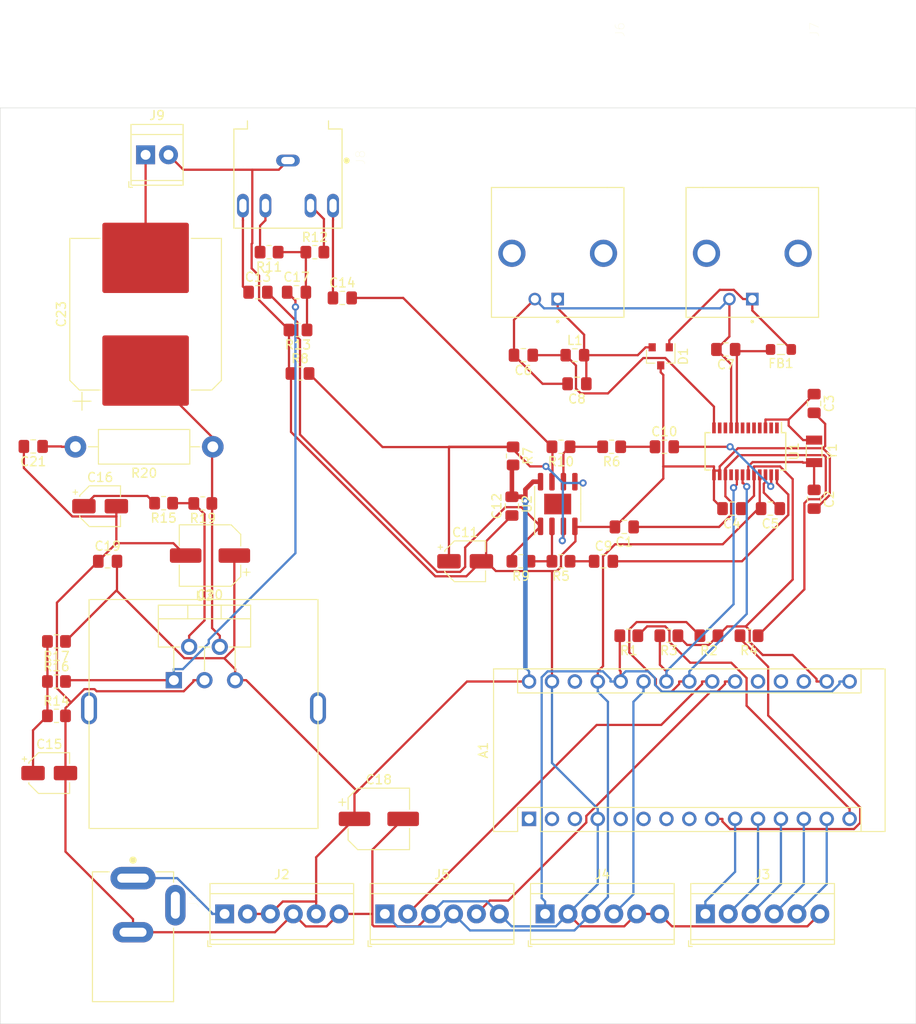
<source format=kicad_pcb>
(kicad_pcb (version 20171130) (host pcbnew 5.1.9)
  (layers (0 F.Cu signal) (31 B.Cu signal) (34 B.Paste user) (35 F.Paste user) (36 B.SilkS user) (37 F.SilkS user) (38 B.Mask user) (39 F.Mask user) (44 Edge.Cuts user))
  (net 0 "")
  (net 1 GNDREF)
  (net 2 +5V)
  (net 3 "Net-(C1-Pad1)")
  (net 4 "Net-(C2-Pad1)")
  (net 5 "Net-(C3-Pad1)")
  (net 6 "Net-(C5-Pad1)")
  (net 7 "Net-(C6-Pad1)")
  (net 8 "Net-(C7-Pad1)")
  (net 9 "Net-(C8-Pad1)")
  (net 10 "Net-(C9-Pad1)")
  (net 11 "Net-(C10-Pad1)")
  (net 12 "Net-(D1-Pad1)")
  (net 13 "Net-(U1-Pad16)")
  (net 14 "Net-(U1-Pad11)")
  (net 15 "Net-(U1-Pad10)")
  (net 16 "Net-(U1-Pad7)")
  (net 17 "Net-(U1-Pad6)")
  (net 18 "Net-(U1-Pad5)")
  (net 19 "Net-(U1-Pad4)")
  (net 20 "Net-(U1-Pad2)")
  (net 21 "Net-(U1-Pad1)")
  (net 22 "Net-(A1-Pad16)")
  (net 23 "Net-(A1-Pad15)")
  (net 24 12V)
  (net 25 "Net-(A1-Pad14)")
  (net 26 "Net-(A1-Pad13)")
  (net 27 "Net-(A1-Pad28)")
  (net 28 "Net-(A1-Pad12)")
  (net 29 "Net-(A1-Pad11)")
  (net 30 "Net-(A1-Pad10)")
  (net 31 "Net-(A1-Pad25)")
  (net 32 "Net-(A1-Pad9)")
  (net 33 "Net-(A1-Pad24)")
  (net 34 "Net-(A1-Pad8)")
  (net 35 "Net-(A1-Pad23)")
  (net 36 "Net-(A1-Pad7)")
  (net 37 "Net-(A1-Pad22)")
  (net 38 "Net-(A1-Pad6)")
  (net 39 "Net-(A1-Pad21)")
  (net 40 "Net-(A1-Pad5)")
  (net 41 "Net-(A1-Pad20)")
  (net 42 "Net-(A1-Pad19)")
  (net 43 "Net-(A1-Pad3)")
  (net 44 "Net-(A1-Pad18)")
  (net 45 "Net-(A1-Pad2)")
  (net 46 "Net-(A1-Pad17)")
  (net 47 "Net-(A1-Pad1)")
  (net 48 "Net-(C6-Pad2)")
  (net 49 RChan)
  (net 50 LChan)
  (net 51 "Net-(C11-Pad1)")
  (net 52 "Net-(C13-Pad2)")
  (net 53 "Net-(C13-Pad1)")
  (net 54 "Net-(C14-Pad2)")
  (net 55 "Net-(C14-Pad1)")
  (net 56 "Net-(C15-Pad1)")
  (net 57 "Net-(C16-Pad1)")
  (net 58 "Net-(C17-Pad2)")
  (net 59 "Net-(C17-Pad1)")
  (net 60 "Net-(C21-Pad1)")
  (net 61 "Net-(C23-Pad2)")
  (net 62 "Net-(C23-Pad1)")
  (net 63 "Net-(R5-Pad2)")
  (net 64 "Net-(R10-Pad1)")
  (net 65 "Net-(R15-Pad1)")
  (net 66 "Net-(J1-Pad1)")
  (net 67 "Net-(J8-Pad4)")
  (net 68 "Net-(J8-Pad5)")
  (module "Arduino controlled radio:AAVID_590302B03600G" (layer F.Cu) (at 102.311 105.842)
    (fp_text reference REF** hide)
    (fp_text value AAVID_590302B03600G hide)
    (pad 2 thru_hole oval (at 12.7 -0.635) (size 1.778 3.556) (drill oval 1.016 2.794) (layers *.Cu *.Mask))
    (pad 1 thru_hole oval (at -12.7 -0.635) (size 1.778 3.556) (drill oval 1.016 2.794) (layers *.Cu *.Mask))
  )
  (module "Arduino controlled radio:CUI_SJ1-3525NG" (layer F.Cu) (at 111.68 44.45 270)
    (fp_text reference J8 (at -0.32531 -8.04283 90) (layer F.SilkS) (effects (font (size 1.000976 1.000976) (thickness 0.015))))
    (fp_text value SJ1-3525NG)
    (fp_line (start -4.5 2) (end -4.5 6) (layer Edge.Cuts) (width 0.0001))
    (fp_line (start -3.3 2) (end -4.5 2) (layer Edge.Cuts) (width 0.0001))
    (fp_line (start -3.3 -2) (end -3.3 2) (layer Edge.Cuts) (width 0.0001))
    (fp_line (start -4.5 -2) (end -3.3 -2) (layer Edge.Cuts) (width 0.0001))
    (fp_line (start -4.5 -6) (end -4.5 -2) (layer Edge.Cuts) (width 0.0001))
    (pad 1 thru_hole oval (at 0 0 270) (size 1.308 2.616) (drill oval 0.8 1.5) (layers *.Cu *.Mask) (net 1 GNDREF))
    (pad 2 thru_hole oval (at 5 5 270) (size 2.616 1.308) (drill oval 1.5 0.8) (layers *.Cu *.Mask) (net 53 "Net-(C13-Pad1)"))
    (pad 4 thru_hole oval (at 5 2.5 270) (size 2.616 1.308) (drill oval 1.5 0.8) (layers *.Cu *.Mask) (net 67 "Net-(J8-Pad4)"))
    (pad 5 thru_hole oval (at 5 -2.5 270) (size 2.616 1.308) (drill oval 1.5 0.8) (layers *.Cu *.Mask) (net 68 "Net-(J8-Pad5)"))
    (pad 3 thru_hole oval (at 5 -5 270) (size 2.616 1.308) (drill oval 1.5 0.8) (layers *.Cu *.Mask) (net 55 "Net-(C14-Pad1)"))
    (pad None np_thru_hole circle (at -2.5 -5 270) (size 1.2 1.2) (drill 1.2) (layers *.Cu *.Mask))
    (pad None np_thru_hole circle (at 0 -5 270) (size 1.2 1.2) (drill 1.2) (layers *.Cu *.Mask))
    (pad None np_thru_hole circle (at 5 0 270) (size 1.2 1.2) (drill 1.2) (layers *.Cu *.Mask))
    (pad None np_thru_hole circle (at -2.5 5 270) (size 1.2 1.2) (drill 1.2) (layers *.Cu *.Mask))
    (pad None np_thru_hole circle (at 0 5 270) (size 1.2 1.2) (drill 1.2) (layers *.Cu *.Mask))
  )
  (module TerminalBlock_TE-Connectivity:TerminalBlock_TE_282834-2_1x02_P2.54mm_Horizontal (layer F.Cu) (at 95.885 43.815)
    (fp_text reference J9 (at 1.27 -4.37) (layer F.SilkS))
    (fp_text value Screw_Terminal_01x02)
    (pad 2 thru_hole circle (at 2.54 0) (size 2.1 2.1) (drill 1.1) (layers *.Cu *.Mask) (net 1 GNDREF))
    (pad 1 thru_hole rect (at 0 0) (size 2.1 2.1) (drill 1.1) (layers *.Cu *.Mask) (net 61 "Net-(C23-Pad2)"))
  )
  (module TerminalBlock_TE-Connectivity:TerminalBlock_TE_282834-6_1x06_P2.54mm_Horizontal (layer F.Cu) (at 122.428 128.016)
    (fp_text reference J5 (at 6.35 -4.37) (layer F.SilkS))
    (fp_text value Screw_Terminal_01x06)
    (pad 6 thru_hole circle (at 12.7 0) (size 2.1 2.1) (drill 1.1) (layers *.Cu *.Mask) (net 1 GNDREF))
    (pad 5 thru_hole circle (at 10.16 0) (size 2.1 2.1) (drill 1.1) (layers *.Cu *.Mask) (net 39 "Net-(A1-Pad21)"))
    (pad 4 thru_hole circle (at 7.62 0) (size 2.1 2.1) (drill 1.1) (layers *.Cu *.Mask) (net 2 +5V))
    (pad 3 thru_hole circle (at 5.08 0) (size 2.1 2.1) (drill 1.1) (layers *.Cu *.Mask) (net 1 GNDREF))
    (pad 2 thru_hole circle (at 2.54 0) (size 2.1 2.1) (drill 1.1) (layers *.Cu *.Mask) (net 37 "Net-(A1-Pad22)"))
    (pad 1 thru_hole rect (at 0 0) (size 2.1 2.1) (drill 1.1) (layers *.Cu *.Mask) (net 2 +5V))
  )
  (module TerminalBlock_TE-Connectivity:TerminalBlock_TE_282834-6_1x06_P2.54mm_Horizontal (layer F.Cu) (at 140.208 128.016)
    (fp_text reference J4 (at 6.35 -4.37) (layer F.SilkS))
    (fp_text value Screw_Terminal_01x06)
    (pad 6 thru_hole circle (at 12.7 0) (size 2.1 2.1) (drill 1.1) (layers *.Cu *.Mask) (net 1 GNDREF))
    (pad 5 thru_hole circle (at 10.16 0) (size 2.1 2.1) (drill 1.1) (layers *.Cu *.Mask) (net 1 GNDREF))
    (pad 4 thru_hole circle (at 7.62 0) (size 2.1 2.1) (drill 1.1) (layers *.Cu *.Mask) (net 31 "Net-(A1-Pad25)"))
    (pad 3 thru_hole circle (at 5.08 0) (size 2.1 2.1) (drill 1.1) (layers *.Cu *.Mask) (net 2 +5V))
    (pad 2 thru_hole circle (at 2.54 0) (size 2.1 2.1) (drill 1.1) (layers *.Cu *.Mask) (net 1 GNDREF))
    (pad 1 thru_hole rect (at 0 0) (size 2.1 2.1) (drill 1.1) (layers *.Cu *.Mask) (net 22 "Net-(A1-Pad16)"))
  )
  (module TerminalBlock_TE-Connectivity:TerminalBlock_TE_282834-6_1x06_P2.54mm_Horizontal (layer F.Cu) (at 157.988 128.016)
    (fp_text reference J3 (at 6.35 -4.37) (layer F.SilkS))
    (fp_text value Screw_Terminal_01x06)
    (pad 6 thru_hole circle (at 12.7 0) (size 2.1 2.1) (drill 1.1) (layers *.Cu *.Mask) (net 1 GNDREF))
    (pad 5 thru_hole circle (at 10.16 0) (size 2.1 2.1) (drill 1.1) (layers *.Cu *.Mask) (net 25 "Net-(A1-Pad14)"))
    (pad 4 thru_hole circle (at 7.62 0) (size 2.1 2.1) (drill 1.1) (layers *.Cu *.Mask) (net 26 "Net-(A1-Pad13)"))
    (pad 3 thru_hole circle (at 5.08 0) (size 2.1 2.1) (drill 1.1) (layers *.Cu *.Mask) (net 28 "Net-(A1-Pad12)"))
    (pad 2 thru_hole circle (at 2.54 0) (size 2.1 2.1) (drill 1.1) (layers *.Cu *.Mask) (net 29 "Net-(A1-Pad11)"))
    (pad 1 thru_hole rect (at 0 0) (size 2.1 2.1) (drill 1.1) (layers *.Cu *.Mask) (net 30 "Net-(A1-Pad10)"))
  )
  (module TerminalBlock_TE-Connectivity:TerminalBlock_TE_282834-6_1x06_P2.54mm_Horizontal (layer F.Cu) (at 104.648 128.016)
    (fp_text reference J2 (at 6.35 -4.37) (layer F.SilkS))
    (fp_text value Screw_Terminal_01x06)
    (pad 6 thru_hole circle (at 12.7 0) (size 2.1 2.1) (drill 1.1) (layers *.Cu *.Mask) (net 1 GNDREF))
    (pad 5 thru_hole circle (at 10.16 0) (size 2.1 2.1) (drill 1.1) (layers *.Cu *.Mask) (net 24 12V))
    (pad 4 thru_hole circle (at 7.62 0) (size 2.1 2.1) (drill 1.1) (layers *.Cu *.Mask) (net 1 GNDREF))
    (pad 3 thru_hole circle (at 5.08 0) (size 2.1 2.1) (drill 1.1) (layers *.Cu *.Mask) (net 24 12V))
    (pad 2 thru_hole circle (at 2.54 0) (size 2.1 2.1) (drill 1.1) (layers *.Cu *.Mask) (net 24 12V))
    (pad 1 thru_hole rect (at 0 0) (size 2.1 2.1) (drill 1.1) (layers *.Cu *.Mask) (net 66 "Net-(J1-Pad1)"))
  )
  (module Resistor_THT:R_Axial_DIN0411_L9.9mm_D3.6mm_P15.24mm_Horizontal (layer F.Cu) (at 103.34 76.2 180)
    (fp_text reference R20 (at 7.62 -2.92) (layer F.SilkS))
    (fp_text value "1ohm 1.2W")
    (pad 2 thru_hole oval (at 15.24 0 180) (size 2.4 2.4) (drill 1.2) (layers *.Cu *.Mask) (net 60 "Net-(C21-Pad1)"))
    (pad 1 thru_hole circle (at 0 0 180) (size 2.4 2.4) (drill 1.2) (layers *.Cu *.Mask) (net 62 "Net-(C23-Pad1)"))
  )
  (module Capacitor_SMD:CP_Elec_6.3x7.7 (layer F.Cu) (at 121.76 117.475)
    (fp_text reference C18 (at 0 -4.35) (layer F.SilkS))
    (fp_text value "100uF 16V")
    (pad 2 smd roundrect (at 2.7 0) (size 3.5 1.6) (layers F.Cu F.Paste F.Mask) (roundrect_rratio 0.15625) (net 1 GNDREF))
    (pad 1 smd roundrect (at -2.7 0) (size 3.5 1.6) (layers F.Cu F.Paste F.Mask) (roundrect_rratio 0.15625) (net 24 12V))
  )
  (module Package_TO_SOT_THT:TO-220-5_P3.4x3.7mm_StaggerOdd_Lead3.8mm_Vertical (layer F.Cu) (at 99.0168 102.09)
    (fp_text reference U3 (at 3.4 -9.32) (layer F.SilkS))
    (fp_text value LM1875)
    (pad 5 thru_hole oval (at 6.8 0) (size 1.8 1.8) (drill 1.1) (layers *.Cu *.Mask) (net 24 12V))
    (pad 4 thru_hole oval (at 5.1 -3.7) (size 1.8 1.8) (drill 1.1) (layers *.Cu *.Mask) (net 62 "Net-(C23-Pad1)"))
    (pad 3 thru_hole oval (at 3.4 0) (size 1.8 1.8) (drill 1.1) (layers *.Cu *.Mask) (net 1 GNDREF))
    (pad 2 thru_hole oval (at 1.7 -3.7) (size 1.8 1.8) (drill 1.1) (layers *.Cu *.Mask) (net 65 "Net-(R15-Pad1)"))
    (pad 1 thru_hole rect (at 0 0) (size 1.8 1.8) (drill 1.1) (layers *.Cu *.Mask) (net 59 "Net-(C17-Pad1)"))
  )
  (module Package_SO:SOIC-8-1EP_3.9x4.9mm_P1.27mm_EP2.29x3mm (layer F.Cu) (at 141.605 82.55 90)
    (fp_text reference U2 (at 0 -3.4 90) (layer F.SilkS))
    (fp_text value LM358)
    (pad 9 smd rect (at 0 0 90) (size 2.29 3) (layers F.Cu F.Mask))
    (pad 8 smd roundrect (at 2.475 -1.905 90) (size 1.95 0.6) (layers F.Cu F.Paste F.Mask) (net 24 12V))
    (pad 7 smd roundrect (at 2.475 -0.635 90) (size 1.95 0.6) (layers F.Cu F.Paste F.Mask) (net 54 "Net-(C14-Pad2)"))
    (pad 6 smd roundrect (at 2.475 0.635 90) (size 1.95 0.6) (layers F.Cu F.Paste F.Mask) (net 64 "Net-(R10-Pad1)"))
    (pad 5 smd roundrect (at 2.475 1.905 90) (size 1.95 0.6) (layers F.Cu F.Paste F.Mask) (net 51 "Net-(C11-Pad1)"))
    (pad 4 smd roundrect (at -2.475 1.905 90) (size 1.95 0.6) (layers F.Cu F.Paste F.Mask) (net 1 GNDREF))
    (pad 3 smd roundrect (at -2.475 0.635 90) (size 1.95 0.6) (layers F.Cu F.Paste F.Mask) (net 51 "Net-(C11-Pad1)"))
    (pad 2 smd roundrect (at -2.475 -0.635 90) (size 1.95 0.6) (layers F.Cu F.Paste F.Mask) (net 63 "Net-(R5-Pad2)"))
    (pad 1 smd roundrect (at -2.475 -1.905 90) (size 1.95 0.6) (layers F.Cu F.Paste F.Mask) (net 52 "Net-(C13-Pad2)"))
  )
  (module Resistor_SMD:R_0805_2012Metric_Pad1.20x1.40mm_HandSolder (layer F.Cu) (at 102.232 82.4865 180)
    (fp_text reference R19 (at 0 -1.65) (layer F.SilkS))
    (fp_text value 470K)
    (pad 2 smd roundrect (at 1 0 180) (size 1.2 1.4) (layers F.Cu F.Paste F.Mask) (roundrect_rratio 0.208333) (net 65 "Net-(R15-Pad1)"))
    (pad 1 smd roundrect (at -1 0 180) (size 1.2 1.4) (layers F.Cu F.Paste F.Mask) (roundrect_rratio 0.208333) (net 62 "Net-(C23-Pad1)"))
  )
  (module Resistor_SMD:R_0805_2012Metric_Pad1.20x1.40mm_HandSolder (layer F.Cu) (at 85.995 97.79 180)
    (fp_text reference R17 (at 0 -1.65) (layer F.SilkS))
    (fp_text value 22K)
    (pad 2 smd roundrect (at 1 0 180) (size 1.2 1.4) (layers F.Cu F.Paste F.Mask) (roundrect_rratio 0.208333) (net 56 "Net-(C15-Pad1)"))
    (pad 1 smd roundrect (at -1 0 180) (size 1.2 1.4) (layers F.Cu F.Paste F.Mask) (roundrect_rratio 0.208333) (net 24 12V))
  )
  (module Resistor_SMD:R_0805_2012Metric_Pad1.20x1.40mm_HandSolder (layer F.Cu) (at 85.995 102.235)
    (fp_text reference R16 (at 0 -1.65) (layer F.SilkS))
    (fp_text value 22K)
    (pad 2 smd roundrect (at 1 0) (size 1.2 1.4) (layers F.Cu F.Paste F.Mask) (roundrect_rratio 0.208333) (net 59 "Net-(C17-Pad1)"))
    (pad 1 smd roundrect (at -1 0) (size 1.2 1.4) (layers F.Cu F.Paste F.Mask) (roundrect_rratio 0.208333) (net 56 "Net-(C15-Pad1)"))
  )
  (module Resistor_SMD:R_0805_2012Metric_Pad1.20x1.40mm_HandSolder (layer F.Cu) (at 97.8822 82.456 180)
    (fp_text reference R15 (at 0 -1.65) (layer F.SilkS))
    (fp_text value 4.7K)
    (pad 2 smd roundrect (at 1 0 180) (size 1.2 1.4) (layers F.Cu F.Paste F.Mask) (roundrect_rratio 0.208333) (net 57 "Net-(C16-Pad1)"))
    (pad 1 smd roundrect (at -1 0 180) (size 1.2 1.4) (layers F.Cu F.Paste F.Mask) (roundrect_rratio 0.208333) (net 65 "Net-(R15-Pad1)"))
  )
  (module Resistor_SMD:R_0805_2012Metric_Pad1.20x1.40mm_HandSolder (layer F.Cu) (at 85.995 106.045)
    (fp_text reference R14 (at 0 -1.65) (layer F.SilkS))
    (fp_text value 22K)
    (pad 2 smd roundrect (at 1 0) (size 1.2 1.4) (layers F.Cu F.Paste F.Mask) (roundrect_rratio 0.208333) (net 1 GNDREF))
    (pad 1 smd roundrect (at -1 0) (size 1.2 1.4) (layers F.Cu F.Paste F.Mask) (roundrect_rratio 0.208333) (net 56 "Net-(C15-Pad1)"))
  )
  (module Resistor_SMD:R_0805_2012Metric_Pad1.20x1.40mm_HandSolder (layer F.Cu) (at 112.792 63.246 180)
    (fp_text reference R13 (at 0 -1.65) (layer F.SilkS))
    (fp_text value 1Meg)
    (pad 2 smd roundrect (at 1 0 180) (size 1.2 1.4) (layers F.Cu F.Paste F.Mask) (roundrect_rratio 0.208333) (net 1 GNDREF))
    (pad 1 smd roundrect (at -1 0 180) (size 1.2 1.4) (layers F.Cu F.Paste F.Mask) (roundrect_rratio 0.208333) (net 58 "Net-(C17-Pad2)"))
  )
  (module Resistor_SMD:R_0805_2012Metric_Pad1.20x1.40mm_HandSolder (layer F.Cu) (at 114.665 54.61)
    (fp_text reference R12 (at 0 -1.65) (layer F.SilkS))
    (fp_text value 470)
    (pad 2 smd roundrect (at 1 0) (size 1.2 1.4) (layers F.Cu F.Paste F.Mask) (roundrect_rratio 0.208333) (net 68 "Net-(J8-Pad5)"))
    (pad 1 smd roundrect (at -1 0) (size 1.2 1.4) (layers F.Cu F.Paste F.Mask) (roundrect_rratio 0.208333) (net 58 "Net-(C17-Pad2)"))
  )
  (module Resistor_SMD:R_0805_2012Metric_Pad1.20x1.40mm_HandSolder (layer F.Cu) (at 109.585 54.61 180)
    (fp_text reference R11 (at 0 -1.65) (layer F.SilkS))
    (fp_text value 470)
    (pad 2 smd roundrect (at 1 0 180) (size 1.2 1.4) (layers F.Cu F.Paste F.Mask) (roundrect_rratio 0.208333) (net 67 "Net-(J8-Pad4)"))
    (pad 1 smd roundrect (at -1 0 180) (size 1.2 1.4) (layers F.Cu F.Paste F.Mask) (roundrect_rratio 0.208333) (net 58 "Net-(C17-Pad2)"))
  )
  (module Resistor_SMD:R_0805_2012Metric_Pad1.20x1.40mm_HandSolder (layer F.Cu) (at 141.97 76.2 180)
    (fp_text reference R10 (at 0 -1.65) (layer F.SilkS))
    (fp_text value 220K)
    (pad 2 smd roundrect (at 1 0 180) (size 1.2 1.4) (layers F.Cu F.Paste F.Mask) (roundrect_rratio 0.208333) (net 54 "Net-(C14-Pad2)"))
    (pad 1 smd roundrect (at -1 0 180) (size 1.2 1.4) (layers F.Cu F.Paste F.Mask) (roundrect_rratio 0.208333) (net 64 "Net-(R10-Pad1)"))
  )
  (module Resistor_SMD:R_0805_2012Metric_Pad1.20x1.40mm_HandSolder (layer F.Cu) (at 137.525 88.9 180)
    (fp_text reference R9 (at 0 -1.65) (layer F.SilkS))
    (fp_text value 220K)
    (pad 2 smd roundrect (at 1 0 180) (size 1.2 1.4) (layers F.Cu F.Paste F.Mask) (roundrect_rratio 0.208333) (net 52 "Net-(C13-Pad2)"))
    (pad 1 smd roundrect (at -1 0 180) (size 1.2 1.4) (layers F.Cu F.Paste F.Mask) (roundrect_rratio 0.208333) (net 63 "Net-(R5-Pad2)"))
  )
  (module Resistor_SMD:R_0805_2012Metric_Pad1.20x1.40mm_HandSolder (layer F.Cu) (at 113.014 68.072)
    (fp_text reference R8 (at 0 -1.65) (layer F.SilkS))
    (fp_text value 22K)
    (pad 2 smd roundrect (at 1 0) (size 1.2 1.4) (layers F.Cu F.Paste F.Mask) (roundrect_rratio 0.208333) (net 51 "Net-(C11-Pad1)"))
    (pad 1 smd roundrect (at -1 0) (size 1.2 1.4) (layers F.Cu F.Paste F.Mask) (roundrect_rratio 0.208333) (net 1 GNDREF))
  )
  (module Resistor_SMD:R_0805_2012Metric_Pad1.20x1.40mm_HandSolder (layer F.Cu) (at 136.652 77.216 270)
    (fp_text reference R7 (at 0 -1.65 90) (layer F.SilkS))
    (fp_text value 22K)
    (pad 2 smd roundrect (at 1 0 270) (size 1.2 1.4) (layers F.Cu F.Paste F.Mask) (roundrect_rratio 0.208333) (net 24 12V))
    (pad 1 smd roundrect (at -1 0 270) (size 1.2 1.4) (layers F.Cu F.Paste F.Mask) (roundrect_rratio 0.208333) (net 51 "Net-(C11-Pad1)"))
  )
  (module Resistor_SMD:R_0805_2012Metric_Pad1.20x1.40mm_HandSolder (layer F.Cu) (at 147.59 76.2 180)
    (fp_text reference R6 (at 0 -1.65) (layer F.SilkS))
    (fp_text value 22K)
    (pad 2 smd roundrect (at 1 0 180) (size 1.2 1.4) (layers F.Cu F.Paste F.Mask) (roundrect_rratio 0.208333) (net 64 "Net-(R10-Pad1)"))
    (pad 1 smd roundrect (at -1 0 180) (size 1.2 1.4) (layers F.Cu F.Paste F.Mask) (roundrect_rratio 0.208333) (net 11 "Net-(C10-Pad1)"))
  )
  (module Resistor_SMD:R_0805_2012Metric_Pad1.20x1.40mm_HandSolder (layer F.Cu) (at 141.97 88.9 180)
    (fp_text reference R5 (at 0 -1.65) (layer F.SilkS))
    (fp_text value 22K)
    (pad 2 smd roundrect (at 1 0 180) (size 1.2 1.4) (layers F.Cu F.Paste F.Mask) (roundrect_rratio 0.208333) (net 63 "Net-(R5-Pad2)"))
    (pad 1 smd roundrect (at -1 0 180) (size 1.2 1.4) (layers F.Cu F.Paste F.Mask) (roundrect_rratio 0.208333) (net 10 "Net-(C9-Pad1)"))
  )
  (module Capacitor_SMD:CP_Elec_16x17.5 (layer F.Cu) (at 95.885 61.495 90)
    (fp_text reference C23 (at 0 -9.35 90) (layer F.SilkS))
    (fp_text value "2200uF 16V")
    (pad 2 smd roundrect (at 6.25 0 90) (size 7.8 9.6) (layers F.Cu F.Paste F.Mask) (roundrect_rratio 0.032051) (net 61 "Net-(C23-Pad2)"))
    (pad 1 smd roundrect (at -6.25 0 90) (size 7.8 9.6) (layers F.Cu F.Paste F.Mask) (roundrect_rratio 0.032051) (net 62 "Net-(C23-Pad1)"))
  )
  (module Capacitor_SMD:C_0805_2012Metric_Pad1.18x1.45mm_HandSolder (layer F.Cu) (at 83.4175 76.1619 180)
    (fp_text reference C21 (at 0 -1.68) (layer F.SilkS))
    (fp_text value .22uF)
    (pad 2 smd roundrect (at 1.0375 0 180) (size 1.175 1.45) (layers F.Cu F.Paste F.Mask) (roundrect_rratio 0.212766) (net 1 GNDREF))
    (pad 1 smd roundrect (at -1.0375 0 180) (size 1.175 1.45) (layers F.Cu F.Paste F.Mask) (roundrect_rratio 0.212766) (net 60 "Net-(C21-Pad1)"))
  )
  (module Capacitor_SMD:CP_Elec_6.3x7.7 (layer F.Cu) (at 103.03 88.265 180)
    (fp_text reference C20 (at 0 -4.35) (layer F.SilkS))
    (fp_text value "100uF 50V")
    (pad 2 smd roundrect (at 2.7 0 180) (size 3.5 1.6) (layers F.Cu F.Paste F.Mask) (roundrect_rratio 0.15625) (net 1 GNDREF))
    (pad 1 smd roundrect (at -2.7 0 180) (size 3.5 1.6) (layers F.Cu F.Paste F.Mask) (roundrect_rratio 0.15625) (net 24 12V))
  )
  (module Capacitor_SMD:C_0805_2012Metric_Pad1.18x1.45mm_HandSolder (layer F.Cu) (at 91.6725 88.9)
    (fp_text reference C19 (at 0 -1.68) (layer F.SilkS))
    (fp_text value .1uF)
    (pad 2 smd roundrect (at 1.0375 0) (size 1.175 1.45) (layers F.Cu F.Paste F.Mask) (roundrect_rratio 0.212766) (net 24 12V))
    (pad 1 smd roundrect (at -1.0375 0) (size 1.175 1.45) (layers F.Cu F.Paste F.Mask) (roundrect_rratio 0.212766) (net 1 GNDREF))
  )
  (module Capacitor_SMD:C_0805_2012Metric_Pad1.18x1.45mm_HandSolder (layer F.Cu) (at 112.628 59.055)
    (fp_text reference C17 (at 0 -1.68) (layer F.SilkS))
    (fp_text value 1uF)
    (pad 2 smd roundrect (at 1.0375 0) (size 1.175 1.45) (layers F.Cu F.Paste F.Mask) (roundrect_rratio 0.212766) (net 58 "Net-(C17-Pad2)"))
    (pad 1 smd roundrect (at -1.0375 0) (size 1.175 1.45) (layers F.Cu F.Paste F.Mask) (roundrect_rratio 0.212766) (net 59 "Net-(C17-Pad1)"))
  )
  (module Capacitor_SMD:CP_Elec_4x5.3 (layer F.Cu) (at 90.8397 82.7913)
    (fp_text reference C16 (at 0 -3.2) (layer F.SilkS))
    (fp_text value "10uF 16V")
    (pad 2 smd roundrect (at 1.8 0) (size 2.6 1.6) (layers F.Cu F.Paste F.Mask) (roundrect_rratio 0.15625) (net 1 GNDREF))
    (pad 1 smd roundrect (at -1.8 0) (size 2.6 1.6) (layers F.Cu F.Paste F.Mask) (roundrect_rratio 0.15625) (net 57 "Net-(C16-Pad1)"))
  )
  (module Capacitor_SMD:CP_Elec_4x5.3 (layer F.Cu) (at 85.195 112.395)
    (fp_text reference C15 (at 0 -3.2) (layer F.SilkS))
    (fp_text value "10uF 16V")
    (pad 2 smd roundrect (at 1.8 0) (size 2.6 1.6) (layers F.Cu F.Paste F.Mask) (roundrect_rratio 0.15625) (net 1 GNDREF))
    (pad 1 smd roundrect (at -1.8 0) (size 2.6 1.6) (layers F.Cu F.Paste F.Mask) (roundrect_rratio 0.15625) (net 56 "Net-(C15-Pad1)"))
  )
  (module Capacitor_SMD:C_0805_2012Metric_Pad1.18x1.45mm_HandSolder (layer F.Cu) (at 117.708 59.69)
    (fp_text reference C14 (at 0 -1.68) (layer F.SilkS))
    (fp_text value .1uF)
    (pad 2 smd roundrect (at 1.0375 0) (size 1.175 1.45) (layers F.Cu F.Paste F.Mask) (roundrect_rratio 0.212766) (net 54 "Net-(C14-Pad2)"))
    (pad 1 smd roundrect (at -1.0375 0) (size 1.175 1.45) (layers F.Cu F.Paste F.Mask) (roundrect_rratio 0.212766) (net 55 "Net-(C14-Pad1)"))
  )
  (module Capacitor_SMD:C_0805_2012Metric_Pad1.18x1.45mm_HandSolder (layer F.Cu) (at 108.352 59.055)
    (fp_text reference C13 (at 0 -1.68) (layer F.SilkS))
    (fp_text value .1uF)
    (pad 2 smd roundrect (at 1.0375 0) (size 1.175 1.45) (layers F.Cu F.Paste F.Mask) (roundrect_rratio 0.212766) (net 52 "Net-(C13-Pad2)"))
    (pad 1 smd roundrect (at -1.0375 0) (size 1.175 1.45) (layers F.Cu F.Paste F.Mask) (roundrect_rratio 0.212766) (net 53 "Net-(C13-Pad1)"))
  )
  (module Capacitor_SMD:C_0805_2012Metric_Pad1.18x1.45mm_HandSolder (layer F.Cu) (at 136.525 82.7825 90)
    (fp_text reference C12 (at 0 -1.68 90) (layer F.SilkS))
    (fp_text value .1uF)
    (pad 2 smd roundrect (at 1.0375 0 90) (size 1.175 1.45) (layers F.Cu F.Paste F.Mask) (roundrect_rratio 0.212766) (net 24 12V))
    (pad 1 smd roundrect (at -1.0375 0 90) (size 1.175 1.45) (layers F.Cu F.Paste F.Mask) (roundrect_rratio 0.212766) (net 1 GNDREF))
  )
  (module Capacitor_SMD:CP_Elec_4x5.3 (layer F.Cu) (at 131.34 88.9)
    (fp_text reference C11 (at 0 -3.2) (layer F.SilkS))
    (fp_text value "10uF 16V")
    (pad 2 smd roundrect (at 1.8 0) (size 2.6 1.6) (layers F.Cu F.Paste F.Mask) (roundrect_rratio 0.15625) (net 1 GNDREF))
    (pad 1 smd roundrect (at -1.8 0) (size 2.6 1.6) (layers F.Cu F.Paste F.Mask) (roundrect_rratio 0.15625) (net 51 "Net-(C11-Pad1)"))
  )
  (module Module:Arduino_Nano (layer F.Cu) (at 138.43 117.475 90)
    (fp_text reference A1 (at 7.62 -5.08 90) (layer F.SilkS))
    (fp_text value Arduino_BLE_Nano)
    (pad 16 thru_hole oval (at 15.24 35.56 90) (size 1.6 1.6) (drill 1) (layers *.Cu *.Mask) (net 22 "Net-(A1-Pad16)"))
    (pad 15 thru_hole oval (at 0 35.56 90) (size 1.6 1.6) (drill 1) (layers *.Cu *.Mask) (net 23 "Net-(A1-Pad15)"))
    (pad 30 thru_hole oval (at 15.24 0 90) (size 1.6 1.6) (drill 1) (layers *.Cu *.Mask) (net 24 12V))
    (pad 14 thru_hole oval (at 0 33.02 90) (size 1.6 1.6) (drill 1) (layers *.Cu *.Mask) (net 25 "Net-(A1-Pad14)"))
    (pad 29 thru_hole oval (at 15.24 2.54 90) (size 1.6 1.6) (drill 1) (layers *.Cu *.Mask) (net 1 GNDREF))
    (pad 13 thru_hole oval (at 0 30.48 90) (size 1.6 1.6) (drill 1) (layers *.Cu *.Mask) (net 26 "Net-(A1-Pad13)"))
    (pad 28 thru_hole oval (at 15.24 5.08 90) (size 1.6 1.6) (drill 1) (layers *.Cu *.Mask) (net 27 "Net-(A1-Pad28)"))
    (pad 12 thru_hole oval (at 0 27.94 90) (size 1.6 1.6) (drill 1) (layers *.Cu *.Mask) (net 28 "Net-(A1-Pad12)"))
    (pad 27 thru_hole oval (at 15.24 7.62 90) (size 1.6 1.6) (drill 1) (layers *.Cu *.Mask) (net 2 +5V))
    (pad 11 thru_hole oval (at 0 25.4 90) (size 1.6 1.6) (drill 1) (layers *.Cu *.Mask) (net 29 "Net-(A1-Pad11)"))
    (pad 26 thru_hole oval (at 15.24 10.16 90) (size 1.6 1.6) (drill 1) (layers *.Cu *.Mask) (net 22 "Net-(A1-Pad16)"))
    (pad 10 thru_hole oval (at 0 22.86 90) (size 1.6 1.6) (drill 1) (layers *.Cu *.Mask) (net 30 "Net-(A1-Pad10)"))
    (pad 25 thru_hole oval (at 15.24 12.7 90) (size 1.6 1.6) (drill 1) (layers *.Cu *.Mask) (net 31 "Net-(A1-Pad25)"))
    (pad 9 thru_hole oval (at 0 20.32 90) (size 1.6 1.6) (drill 1) (layers *.Cu *.Mask) (net 32 "Net-(A1-Pad9)"))
    (pad 24 thru_hole oval (at 15.24 15.24 90) (size 1.6 1.6) (drill 1) (layers *.Cu *.Mask) (net 33 "Net-(A1-Pad24)"))
    (pad 8 thru_hole oval (at 0 17.78 90) (size 1.6 1.6) (drill 1) (layers *.Cu *.Mask) (net 34 "Net-(A1-Pad8)"))
    (pad 23 thru_hole oval (at 15.24 17.78 90) (size 1.6 1.6) (drill 1) (layers *.Cu *.Mask) (net 35 "Net-(A1-Pad23)"))
    (pad 7 thru_hole oval (at 0 15.24 90) (size 1.6 1.6) (drill 1) (layers *.Cu *.Mask) (net 36 "Net-(A1-Pad7)"))
    (pad 22 thru_hole oval (at 15.24 20.32 90) (size 1.6 1.6) (drill 1) (layers *.Cu *.Mask) (net 37 "Net-(A1-Pad22)"))
    (pad 6 thru_hole oval (at 0 12.7 90) (size 1.6 1.6) (drill 1) (layers *.Cu *.Mask) (net 38 "Net-(A1-Pad6)"))
    (pad 21 thru_hole oval (at 15.24 22.86 90) (size 1.6 1.6) (drill 1) (layers *.Cu *.Mask) (net 39 "Net-(A1-Pad21)"))
    (pad 5 thru_hole oval (at 0 10.16 90) (size 1.6 1.6) (drill 1) (layers *.Cu *.Mask) (net 40 "Net-(A1-Pad5)"))
    (pad 20 thru_hole oval (at 15.24 25.4 90) (size 1.6 1.6) (drill 1) (layers *.Cu *.Mask) (net 41 "Net-(A1-Pad20)"))
    (pad 4 thru_hole oval (at 0 7.62 90) (size 1.6 1.6) (drill 1) (layers *.Cu *.Mask) (net 1 GNDREF))
    (pad 19 thru_hole oval (at 15.24 27.94 90) (size 1.6 1.6) (drill 1) (layers *.Cu *.Mask) (net 42 "Net-(A1-Pad19)"))
    (pad 3 thru_hole oval (at 0 5.08 90) (size 1.6 1.6) (drill 1) (layers *.Cu *.Mask) (net 43 "Net-(A1-Pad3)"))
    (pad 18 thru_hole oval (at 15.24 30.48 90) (size 1.6 1.6) (drill 1) (layers *.Cu *.Mask) (net 44 "Net-(A1-Pad18)"))
    (pad 2 thru_hole oval (at 0 2.54 90) (size 1.6 1.6) (drill 1) (layers *.Cu *.Mask) (net 45 "Net-(A1-Pad2)"))
    (pad 17 thru_hole oval (at 15.24 33.02 90) (size 1.6 1.6) (drill 1) (layers *.Cu *.Mask) (net 46 "Net-(A1-Pad17)"))
    (pad 1 thru_hole rect (at 0 0 90) (size 1.6 1.6) (drill 1) (layers *.Cu *.Mask) (net 47 "Net-(A1-Pad1)"))
  )
  (module Inductor_SMD:L_0805_2012Metric_Pad1.15x1.40mm_HandSolder (layer F.Cu) (at 143.51 66.04)
    (fp_text reference L1 (at 0 -1.65) (layer F.SilkS))
    (fp_text value 10nH)
    (pad 2 smd roundrect (at 1.025 0) (size 1.15 1.4) (layers F.Cu F.Paste F.Mask) (roundrect_rratio 0.217391) (net 9 "Net-(C8-Pad1)"))
    (pad 1 smd roundrect (at -1.025 0) (size 1.15 1.4) (layers F.Cu F.Paste F.Mask) (roundrect_rratio 0.217391) (net 7 "Net-(C6-Pad1)"))
  )
  (module Capacitor_SMD:C_0805_2012Metric_Pad1.18x1.45mm_HandSolder (layer F.Cu) (at 137.795 66.04 180)
    (fp_text reference C6 (at 0 -1.68) (layer F.SilkS))
    (fp_text value 3.3pF)
    (pad 2 smd roundrect (at 1.0375 0 180) (size 1.175 1.45) (layers F.Cu F.Paste F.Mask) (roundrect_rratio 0.212766) (net 48 "Net-(C6-Pad2)"))
    (pad 1 smd roundrect (at -1.0375 0 180) (size 1.175 1.45) (layers F.Cu F.Paste F.Mask) (roundrect_rratio 0.212766) (net 7 "Net-(C6-Pad1)"))
  )
  (module Capacitor_SMD:C_0805_2012Metric_Pad1.18x1.45mm_HandSolder (layer F.Cu) (at 153.438 76.2)
    (fp_text reference C10 (at 0 -1.68) (layer F.SilkS))
    (fp_text value .1uF)
    (pad 2 smd roundrect (at 1.0375 0) (size 1.175 1.45) (layers F.Cu F.Paste F.Mask) (roundrect_rratio 0.212766) (net 50 LChan))
    (pad 1 smd roundrect (at -1.0375 0) (size 1.175 1.45) (layers F.Cu F.Paste F.Mask) (roundrect_rratio 0.212766) (net 11 "Net-(C10-Pad1)"))
  )
  (module Resistor_SMD:R_0805_2012Metric_Pad1.20x1.40mm_HandSolder (layer F.Cu) (at 162.83 97.155 180)
    (fp_text reference R4 (at 0 -1.65) (layer F.SilkS))
    (fp_text value 10K)
    (pad 2 smd roundrect (at 1 0 180) (size 1.2 1.4) (layers F.Cu F.Paste F.Mask) (roundrect_rratio 0.208333) (net 32 "Net-(A1-Pad9)"))
    (pad 1 smd roundrect (at -1 0 180) (size 1.2 1.4) (layers F.Cu F.Paste F.Mask) (roundrect_rratio 0.208333) (net 3 "Net-(C1-Pad1)"))
  )
  (module Resistor_SMD:R_0805_2012Metric_Pad1.20x1.40mm_HandSolder (layer F.Cu) (at 153.94 97.155 180)
    (fp_text reference R3 (at 0 -1.65) (layer F.SilkS))
    (fp_text value 4.7K)
    (pad 2 smd roundrect (at 1 0 180) (size 1.2 1.4) (layers F.Cu F.Paste F.Mask) (roundrect_rratio 0.208333) (net 33 "Net-(A1-Pad24)"))
    (pad 1 smd roundrect (at -1 0 180) (size 1.2 1.4) (layers F.Cu F.Paste F.Mask) (roundrect_rratio 0.208333) (net 46 "Net-(A1-Pad17)"))
  )
  (module Resistor_SMD:R_0805_2012Metric_Pad1.20x1.40mm_HandSolder (layer F.Cu) (at 158.385 97.155 180)
    (fp_text reference R2 (at 0 -1.65) (layer F.SilkS))
    (fp_text value 4.7K)
    (pad 2 smd roundrect (at 1 0 180) (size 1.2 1.4) (layers F.Cu F.Paste F.Mask) (roundrect_rratio 0.208333) (net 35 "Net-(A1-Pad23)"))
    (pad 1 smd roundrect (at -1 0 180) (size 1.2 1.4) (layers F.Cu F.Paste F.Mask) (roundrect_rratio 0.208333) (net 46 "Net-(A1-Pad17)"))
  )
  (module Resistor_SMD:R_0805_2012Metric_Pad1.20x1.40mm_HandSolder (layer F.Cu) (at 149.495 97.155 180)
    (fp_text reference R1 (at 0 -1.65) (layer F.SilkS))
    (fp_text value 10k)
    (pad 2 smd roundrect (at 1 0 180) (size 1.2 1.4) (layers F.Cu F.Paste F.Mask) (roundrect_rratio 0.208333) (net 22 "Net-(A1-Pad16)"))
    (pad 1 smd roundrect (at -1 0 180) (size 1.2 1.4) (layers F.Cu F.Paste F.Mask) (roundrect_rratio 0.208333) (net 23 "Net-(A1-Pad15)"))
  )
  (module Inductor_SMD:L_0805_2012Metric_Pad1.05x1.20mm_HandSolder (layer F.Cu) (at 166.37 65.405 180)
    (fp_text reference FB1 (at 0 -1.55) (layer F.SilkS))
    (fp_text value Ferrite_Bead_Small)
    (pad 2 smd roundrect (at 1.15 0 180) (size 1.05 1.2) (layers F.Cu F.Paste F.Mask) (roundrect_rratio 0.238095) (net 8 "Net-(C7-Pad1)"))
    (pad 1 smd roundrect (at -1.15 0 180) (size 1.05 1.2) (layers F.Cu F.Paste F.Mask) (roundrect_rratio 0.238095) (net 12 "Net-(D1-Pad1)"))
  )
  (module Capacitor_SMD:C_0805_2012Metric_Pad1.18x1.45mm_HandSolder (layer F.Cu) (at 146.685 88.9)
    (fp_text reference C9 (at 0 -1.68) (layer F.SilkS))
    (fp_text value .1uF)
    (pad 2 smd roundrect (at 1.0375 0) (size 1.175 1.45) (layers F.Cu F.Paste F.Mask) (roundrect_rratio 0.212766) (net 49 RChan))
    (pad 1 smd roundrect (at -1.0375 0) (size 1.175 1.45) (layers F.Cu F.Paste F.Mask) (roundrect_rratio 0.212766) (net 10 "Net-(C9-Pad1)"))
  )
  (module Capacitor_SMD:C_0805_2012Metric_Pad1.18x1.45mm_HandSolder (layer F.Cu) (at 143.742 69.215 180)
    (fp_text reference C8 (at 0 -1.68) (layer F.SilkS))
    (fp_text value 3.3pF)
    (pad 2 smd roundrect (at 1.0375 0 180) (size 1.175 1.45) (layers F.Cu F.Paste F.Mask) (roundrect_rratio 0.212766) (net 48 "Net-(C6-Pad2)"))
    (pad 1 smd roundrect (at -1.0375 0 180) (size 1.175 1.45) (layers F.Cu F.Paste F.Mask) (roundrect_rratio 0.212766) (net 9 "Net-(C8-Pad1)"))
  )
  (module Capacitor_SMD:C_0805_2012Metric_Pad1.18x1.45mm_HandSolder (layer F.Cu) (at 160.252 65.405 180)
    (fp_text reference C7 (at 0 -1.68) (layer F.SilkS))
    (fp_text value 6.8pF)
    (pad 2 smd roundrect (at 1.0375 0 180) (size 1.175 1.45) (layers F.Cu F.Paste F.Mask) (roundrect_rratio 0.212766) (net 48 "Net-(C6-Pad2)"))
    (pad 1 smd roundrect (at -1.0375 0 180) (size 1.175 1.45) (layers F.Cu F.Paste F.Mask) (roundrect_rratio 0.212766) (net 8 "Net-(C7-Pad1)"))
  )
  (module Capacitor_SMD:C_0805_2012Metric_Pad1.18x1.45mm_HandSolder (layer F.Cu) (at 165.206 83.058 180)
    (fp_text reference C5 (at 0 -1.68) (layer F.SilkS))
    (fp_text value 22nf)
    (pad 2 smd roundrect (at 1.0375 0 180) (size 1.175 1.45) (layers F.Cu F.Paste F.Mask) (roundrect_rratio 0.212766) (net 2 +5V))
    (pad 1 smd roundrect (at -1.0375 0 180) (size 1.175 1.45) (layers F.Cu F.Paste F.Mask) (roundrect_rratio 0.212766) (net 6 "Net-(C5-Pad1)"))
  )
  (module Capacitor_SMD:C_0805_2012Metric_Pad1.18x1.45mm_HandSolder (layer F.Cu) (at 160.93 83.058 180)
    (fp_text reference C4 (at 0 -1.68) (layer F.SilkS))
    (fp_text value 100nf)
    (pad 2 smd roundrect (at 1.0375 0 180) (size 1.175 1.45) (layers F.Cu F.Paste F.Mask) (roundrect_rratio 0.212766) (net 1 GNDREF))
    (pad 1 smd roundrect (at -1.0375 0 180) (size 1.175 1.45) (layers F.Cu F.Paste F.Mask) (roundrect_rratio 0.212766) (net 46 "Net-(A1-Pad17)"))
  )
  (module Capacitor_SMD:C_0805_2012Metric_Pad1.18x1.45mm_HandSolder (layer F.Cu) (at 170.053 71.3955 270)
    (fp_text reference C3 (at 0 -1.68 90) (layer F.SilkS))
    (fp_text value 22pf)
    (pad 2 smd roundrect (at 1.0375 0 270) (size 1.175 1.45) (layers F.Cu F.Paste F.Mask) (roundrect_rratio 0.212766) (net 1 GNDREF))
    (pad 1 smd roundrect (at -1.0375 0 270) (size 1.175 1.45) (layers F.Cu F.Paste F.Mask) (roundrect_rratio 0.212766) (net 5 "Net-(C3-Pad1)"))
  )
  (module Capacitor_SMD:C_0805_2012Metric_Pad1.18x1.45mm_HandSolder (layer F.Cu) (at 170.053 82.0205 270)
    (fp_text reference C2 (at 0 -1.68 90) (layer F.SilkS))
    (fp_text value 22pf)
    (pad 2 smd roundrect (at 1.0375 0 270) (size 1.175 1.45) (layers F.Cu F.Paste F.Mask) (roundrect_rratio 0.212766) (net 1 GNDREF))
    (pad 1 smd roundrect (at -1.0375 0 270) (size 1.175 1.45) (layers F.Cu F.Paste F.Mask) (roundrect_rratio 0.212766) (net 4 "Net-(C2-Pad1)"))
  )
  (module Capacitor_SMD:C_0805_2012Metric_Pad1.18x1.45mm_HandSolder (layer F.Cu) (at 148.992 85.09 180)
    (fp_text reference C1 (at 0 -1.68) (layer F.SilkS))
    (fp_text value 10nF)
    (pad 2 smd roundrect (at 1.0375 0 180) (size 1.175 1.45) (layers F.Cu F.Paste F.Mask) (roundrect_rratio 0.212766) (net 1 GNDREF))
    (pad 1 smd roundrect (at -1.0375 0 180) (size 1.175 1.45) (layers F.Cu F.Paste F.Mask) (roundrect_rratio 0.212766) (net 3 "Net-(C1-Pad1)"))
  )
  (module "Arduino controlled radio:CUI_PJ-202B" (layer F.Cu) (at 94.488 130.548 270)
    (fp_text reference J1 (at -4.01606 -6.7668 90) (layer F.SilkS) (effects (font (size 1.000268 1.000268) (thickness 0.015))))
    (fp_text value Jack-DC)
    (pad 1 thru_hole oval (at -6.5 0 270) (size 2.5 5) (drill oval 1 3.5) (layers *.Cu *.Mask) (net 66 "Net-(J1-Pad1)"))
    (pad 2 thru_hole oval (at -0.5 0 270) (size 2.25 4.5) (drill oval 1 3) (layers *.Cu *.Mask) (net 1 GNDREF))
    (pad 3 thru_hole oval (at -3.5 -4.7 270) (size 4.5 2.25) (drill oval 3 1) (layers *.Cu *.Mask))
  )
  (module Crystal:Crystal_SMD_3215-2Pin_3.2x1.5mm (layer F.Cu) (at 170.053 76.708 270)
    (fp_text reference Y1 (at 0 -2 90) (layer F.SilkS))
    (fp_text value 32768KHz)
    (pad 2 smd rect (at -1.25 0 270) (size 1 1.8) (layers F.Cu F.Paste F.Mask) (net 5 "Net-(C3-Pad1)"))
    (pad 1 smd rect (at 1.25 0 270) (size 1 1.8) (layers F.Cu F.Paste F.Mask) (net 4 "Net-(C2-Pad1)"))
  )
  (module Package_SO:SSOP-24_3.9x8.7mm_P0.635mm (layer F.Cu) (at 162.433 76.708 270)
    (fp_text reference U1 (at 0 -5.4 90) (layer F.SilkS))
    (fp_text value Si4735-D60-GU)
    (pad 24 smd rect (at 2.6 -3.4925 270) (size 1.2 0.4) (layers F.Cu F.Paste F.Mask) (net 49 RChan))
    (pad 23 smd rect (at 2.6 -2.8575 270) (size 1.2 0.4) (layers F.Cu F.Paste F.Mask) (net 50 LChan))
    (pad 22 smd rect (at 2.6 -2.2225 270) (size 1.2 0.4) (layers F.Cu F.Paste F.Mask) (net 6 "Net-(C5-Pad1)"))
    (pad 21 smd rect (at 2.6 -1.5875 270) (size 1.2 0.4) (layers F.Cu F.Paste F.Mask) (net 2 +5V))
    (pad 20 smd rect (at 2.6 -0.9525 270) (size 1.2 0.4) (layers F.Cu F.Paste F.Mask) (net 46 "Net-(A1-Pad17)"))
    (pad 19 smd rect (at 2.6 -0.3175 270) (size 1.2 0.4) (layers F.Cu F.Paste F.Mask) (net 4 "Net-(C2-Pad1)"))
    (pad 18 smd rect (at 2.6 0.3175 270) (size 1.2 0.4) (layers F.Cu F.Paste F.Mask) (net 35 "Net-(A1-Pad23)"))
    (pad 17 smd rect (at 2.6 0.9525 270) (size 1.2 0.4) (layers F.Cu F.Paste F.Mask) (net 33 "Net-(A1-Pad24)"))
    (pad 16 smd rect (at 2.6 1.5875 270) (size 1.2 0.4) (layers F.Cu F.Paste F.Mask) (net 13 "Net-(U1-Pad16)"))
    (pad 15 smd rect (at 2.6 2.2225 270) (size 1.2 0.4) (layers F.Cu F.Paste F.Mask) (net 3 "Net-(C1-Pad1)"))
    (pad 14 smd rect (at 2.6 2.8575 270) (size 1.2 0.4) (layers F.Cu F.Paste F.Mask) (net 1 GNDREF))
    (pad 13 smd rect (at 2.6 3.4925 270) (size 1.2 0.4) (layers F.Cu F.Paste F.Mask) (net 1 GNDREF))
    (pad 12 smd rect (at -2.6 3.4925 270) (size 1.2 0.4) (layers F.Cu F.Paste F.Mask) (net 7 "Net-(C6-Pad1)"))
    (pad 11 smd rect (at -2.6 2.8575 270) (size 1.2 0.4) (layers F.Cu F.Paste F.Mask) (net 14 "Net-(U1-Pad11)"))
    (pad 10 smd rect (at -2.6 2.2225 270) (size 1.2 0.4) (layers F.Cu F.Paste F.Mask) (net 15 "Net-(U1-Pad10)"))
    (pad 9 smd rect (at -2.6 1.5875 270) (size 1.2 0.4) (layers F.Cu F.Paste F.Mask) (net 48 "Net-(C6-Pad2)"))
    (pad 8 smd rect (at -2.6 0.9525 270) (size 1.2 0.4) (layers F.Cu F.Paste F.Mask) (net 8 "Net-(C7-Pad1)"))
    (pad 7 smd rect (at -2.6 0.3175 270) (size 1.2 0.4) (layers F.Cu F.Paste F.Mask) (net 16 "Net-(U1-Pad7)"))
    (pad 6 smd rect (at -2.6 -0.3175 270) (size 1.2 0.4) (layers F.Cu F.Paste F.Mask) (net 17 "Net-(U1-Pad6)"))
    (pad 5 smd rect (at -2.6 -0.9525 270) (size 1.2 0.4) (layers F.Cu F.Paste F.Mask) (net 18 "Net-(U1-Pad5)"))
    (pad 4 smd rect (at -2.6 -1.5875 270) (size 1.2 0.4) (layers F.Cu F.Paste F.Mask) (net 19 "Net-(U1-Pad4)"))
    (pad 3 smd rect (at -2.6 -2.2225 270) (size 1.2 0.4) (layers F.Cu F.Paste F.Mask) (net 5 "Net-(C3-Pad1)"))
    (pad 2 smd rect (at -2.6 -2.8575 270) (size 1.2 0.4) (layers F.Cu F.Paste F.Mask) (net 20 "Net-(U1-Pad2)"))
    (pad 1 smd rect (at -2.6 -3.4925 270) (size 1.2 0.4) (layers F.Cu F.Paste F.Mask) (net 21 "Net-(U1-Pad1)"))
  )
  (module "Arduino controlled radio:CONN_1-1337543-0" (layer F.Cu) (at 163.195 59.817 270)
    (fp_text reference J7 (at -29.881025 -6.897945 90) (layer F.SilkS) (effects (font (size 1.001882 1.001882) (thickness 0.015))))
    (fp_text value Conn_Coaxial)
    (pad 1 thru_hole rect (at 0 0 270) (size 1.398 1.398) (drill 0.89) (layers *.Cu *.Mask) (net 12 "Net-(D1-Pad1)"))
    (pad 2 thru_hole circle (at 0 2.54 270) (size 1.398 1.398) (drill 0.89) (layers *.Cu *.Mask) (net 48 "Net-(C6-Pad2)"))
    (pad P1 thru_hole circle (at -5.08 5.08 270) (size 3.015 3.015) (drill 2.01) (layers *.Cu *.Mask))
    (pad P2 thru_hole circle (at -5.08 -5.08 270) (size 3.015 3.015) (drill 2.01) (layers *.Cu *.Mask))
  )
  (module "Arduino controlled radio:CONN_1-1337543-0" (layer F.Cu) (at 141.605 59.817 270)
    (fp_text reference J6 (at -29.881025 -6.897945 90) (layer F.SilkS) (effects (font (size 1.001882 1.001882) (thickness 0.015))))
    (fp_text value Conn_Coaxial)
    (pad 1 thru_hole rect (at 0 0 270) (size 1.398 1.398) (drill 0.89) (layers *.Cu *.Mask) (net 9 "Net-(C8-Pad1)"))
    (pad 2 thru_hole circle (at 0 2.54 270) (size 1.398 1.398) (drill 0.89) (layers *.Cu *.Mask) (net 48 "Net-(C6-Pad2)"))
    (pad P1 thru_hole circle (at -5.08 5.08 270) (size 3.015 3.015) (drill 2.01) (layers *.Cu *.Mask))
    (pad P2 thru_hole circle (at -5.08 -5.08 270) (size 3.015 3.015) (drill 2.01) (layers *.Cu *.Mask))
  )
  (module Package_TO_SOT_SMD:SOT-23 (layer F.Cu) (at 153.035 66.167 270)
    (fp_text reference D1 (at 0 -2.5 90) (layer F.SilkS))
    (fp_text value SP0502BAHT)
    (pad 3 smd rect (at 1 0 270) (size 0.9 0.8) (layers F.Cu F.Paste F.Mask) (net 1 GNDREF))
    (pad 2 smd rect (at -1 0.95 270) (size 0.9 0.8) (layers F.Cu F.Paste F.Mask) (net 9 "Net-(C8-Pad1)"))
    (pad 1 smd rect (at -1 -0.95 270) (size 0.9 0.8) (layers F.Cu F.Paste F.Mask) (net 12 "Net-(D1-Pad1)"))
  )
  (gr_line (start 181.356 140.208) (end 79.756 140.208) (layer Edge.Cuts) (width 0.05))
  (gr_line (start 181.356 38.608) (end 181.356 140.208) (layer Edge.Cuts) (width 0.05))
  (gr_line (start 79.756 38.608) (end 181.356 38.608) (layer Edge.Cuts) (width 0.05))
  (gr_line (start 79.756 43.688) (end 79.756 38.608) (layer Edge.Cuts) (width 0.05))
  (gr_line (start 79.756 140.208) (end 79.756 43.688) (layer Edge.Cuts) (width 0.05))
  (segment (start 133.6625 88.9) (end 133.6625 86.6825) (width 0.25) (layer F.Cu) (net 1))
  (segment (start 133.6625 86.6825) (end 136.525 83.82) (width 0.25) (layer F.Cu) (net 1))
  (segment (start 140.97 89.9841) (end 134.7466 89.9841) (width 0.25) (layer F.Cu) (net 1))
  (segment (start 134.7466 89.9841) (end 133.6625 88.9) (width 0.25) (layer F.Cu) (net 1))
  (segment (start 133.6625 88.9) (end 133.14 88.9) (width 0.25) (layer F.Cu) (net 1))
  (segment (start 140.97 89.9841) (end 140.97 101.1097) (width 0.25) (layer F.Cu) (net 1))
  (segment (start 143.575 85.09) (end 143.575 86.6813) (width 0.25) (layer F.Cu) (net 1))
  (segment (start 143.575 86.6813) (end 141.97 88.2863) (width 0.25) (layer F.Cu) (net 1))
  (segment (start 141.97 88.2863) (end 141.97 89.5164) (width 0.25) (layer F.Cu) (net 1))
  (segment (start 141.97 89.5164) (end 141.5023 89.9841) (width 0.25) (layer F.Cu) (net 1))
  (segment (start 141.5023 89.9841) (end 140.97 89.9841) (width 0.25) (layer F.Cu) (net 1))
  (segment (start 133.14 88.9) (end 131.475 90.565) (width 0.25) (layer F.Cu) (net 1))
  (segment (start 131.475 90.565) (end 128.0257 90.565) (width 0.25) (layer F.Cu) (net 1))
  (segment (start 128.0257 90.565) (end 112.014 74.5533) (width 0.25) (layer F.Cu) (net 1))
  (segment (start 112.014 74.5533) (end 112.014 68.072) (width 0.25) (layer F.Cu) (net 1))
  (segment (start 158.9405 79.308) (end 158.9405 82.106) (width 0.25) (layer F.Cu) (net 1))
  (segment (start 158.9405 82.106) (end 159.8925 83.058) (width 0.25) (layer F.Cu) (net 1))
  (segment (start 158.9405 79.0766) (end 158.9405 79.308) (width 0.25) (layer F.Cu) (net 1))
  (segment (start 158.9405 79.0766) (end 158.9405 78.8453) (width 0.25) (layer F.Cu) (net 1))
  (segment (start 153.3213 78.3827) (end 153.3213 79.7232) (width 0.25) (layer F.Cu) (net 1))
  (segment (start 153.3213 79.7232) (end 147.9545 85.09) (width 0.25) (layer F.Cu) (net 1))
  (segment (start 153.035 67.9423) (end 153.3213 68.2286) (width 0.25) (layer F.Cu) (net 1))
  (segment (start 153.3213 68.2286) (end 153.3213 78.3827) (width 0.25) (layer F.Cu) (net 1))
  (segment (start 158.9405 78.3827) (end 153.3213 78.3827) (width 0.25) (layer F.Cu) (net 1))
  (segment (start 140.97 102.235) (end 140.97 101.1097) (width 0.25) (layer F.Cu) (net 1))
  (segment (start 143.575 85.09) (end 143.51 85.025) (width 0.25) (layer F.Cu) (net 1))
  (segment (start 147.9545 85.09) (end 143.575 85.09) (width 0.25) (layer F.Cu) (net 1))
  (segment (start 86.995 112.395) (end 86.995 106.045) (width 0.25) (layer F.Cu) (net 1))
  (segment (start 94.488 128.5977) (end 86.995 121.1047) (width 0.25) (layer F.Cu) (net 1))
  (segment (start 86.995 121.1047) (end 86.995 112.395) (width 0.25) (layer F.Cu) (net 1))
  (segment (start 159.5755 78.8453) (end 159.5755 78.3827) (width 0.25) (layer F.Cu) (net 1))
  (segment (start 159.5755 79.308) (end 159.5755 78.8453) (width 0.25) (layer F.Cu) (net 1))
  (segment (start 158.9405 78.8453) (end 158.9405 78.3827) (width 0.25) (layer F.Cu) (net 1))
  (segment (start 158.9405 78.8453) (end 159.5755 78.8453) (width 0.25) (layer F.Cu) (net 1))
  (segment (start 171.029 76.3616) (end 171.2784 76.1122) (width 0.25) (layer F.Cu) (net 1))
  (segment (start 171.2784 76.1122) (end 171.2784 73.6584) (width 0.25) (layer F.Cu) (net 1))
  (segment (start 171.2784 73.6584) (end 170.053 72.433) (width 0.25) (layer F.Cu) (net 1))
  (segment (start 159.5755 78.3827) (end 161.5966 76.3616) (width 0.25) (layer F.Cu) (net 1))
  (segment (start 161.5966 76.3616) (end 171.029 76.3616) (width 0.25) (layer F.Cu) (net 1))
  (segment (start 170.053 83.058) (end 170.2791 83.058) (width 0.25) (layer F.Cu) (net 1))
  (segment (start 170.2791 83.058) (end 171.7972 81.5399) (width 0.25) (layer F.Cu) (net 1))
  (segment (start 171.7972 81.5399) (end 171.7972 77.1298) (width 0.25) (layer F.Cu) (net 1))
  (segment (start 171.7972 77.1298) (end 171.029 76.3616) (width 0.25) (layer F.Cu) (net 1))
  (segment (start 153.035 67.167) (end 153.035 67.9423) (width 0.25) (layer F.Cu) (net 1))
  (segment (start 146.05 117.475) (end 146.05 116.3497) (width 0.25) (layer B.Cu) (net 1))
  (segment (start 140.97 102.235) (end 140.97 111.2697) (width 0.25) (layer B.Cu) (net 1))
  (segment (start 140.97 111.2697) (end 146.05 116.3497) (width 0.25) (layer B.Cu) (net 1))
  (segment (start 112.268 128.016) (end 110.236 130.048) (width 0.25) (layer F.Cu) (net 1))
  (segment (start 110.236 130.048) (end 94.488 130.048) (width 0.25) (layer F.Cu) (net 1))
  (segment (start 117.348 128.016) (end 115.9659 129.3981) (width 0.25) (layer F.Cu) (net 1))
  (segment (start 115.9659 129.3981) (end 113.6501 129.3981) (width 0.25) (layer F.Cu) (net 1))
  (segment (start 113.6501 129.3981) (end 112.268 128.016) (width 0.25) (layer F.Cu) (net 1))
  (segment (start 146.05 117.475) (end 146.05 124.714) (width 0.25) (layer B.Cu) (net 1))
  (segment (start 146.05 124.714) (end 142.748 128.016) (width 0.25) (layer B.Cu) (net 1))
  (segment (start 142.748 128.016) (end 142.748 128.0436) (width 0.25) (layer B.Cu) (net 1))
  (segment (start 142.748 128.0436) (end 141.4002 129.3914) (width 0.25) (layer B.Cu) (net 1))
  (segment (start 141.4002 129.3914) (end 136.5034 129.3914) (width 0.25) (layer B.Cu) (net 1))
  (segment (start 136.5034 129.3914) (end 135.128 128.016) (width 0.25) (layer B.Cu) (net 1))
  (segment (start 121.0458 128.016) (end 121.0458 120.8892) (width 0.25) (layer F.Cu) (net 1))
  (segment (start 121.0458 120.8892) (end 124.46 117.475) (width 0.25) (layer F.Cu) (net 1))
  (segment (start 127.508 128.016) (end 126.1326 129.3914) (width 0.25) (layer F.Cu) (net 1))
  (segment (start 126.1326 129.3914) (end 121.2177 129.3914) (width 0.25) (layer F.Cu) (net 1))
  (segment (start 121.2177 129.3914) (end 121.0458 129.2195) (width 0.25) (layer F.Cu) (net 1))
  (segment (start 121.0458 129.2195) (end 121.0458 128.016) (width 0.25) (layer F.Cu) (net 1))
  (segment (start 121.0458 128.016) (end 117.348 128.016) (width 0.25) (layer F.Cu) (net 1))
  (segment (start 94.488 130.048) (end 94.488 128.5977) (width 0.25) (layer F.Cu) (net 1))
  (segment (start 107.7216 45.468) (end 110.662 45.468) (width 0.25) (layer F.Cu) (net 1))
  (segment (start 110.662 45.468) (end 111.68 44.45) (width 0.25) (layer F.Cu) (net 1))
  (segment (start 98.425 43.815) (end 100.078 45.468) (width 0.25) (layer F.Cu) (net 1))
  (segment (start 100.078 45.468) (end 107.7216 45.468) (width 0.25) (layer F.Cu) (net 1))
  (segment (start 111.792 63.246) (end 108.4756 59.9296) (width 0.25) (layer F.Cu) (net 1))
  (segment (start 108.4756 59.9296) (end 108.4756 57.2307) (width 0.25) (layer F.Cu) (net 1))
  (segment (start 108.4756 57.2307) (end 107.6522 56.4073) (width 0.25) (layer F.Cu) (net 1))
  (segment (start 107.6522 56.4073) (end 107.6522 53.6963) (width 0.25) (layer F.Cu) (net 1))
  (segment (start 107.6522 53.6963) (end 107.7216 53.6269) (width 0.25) (layer F.Cu) (net 1))
  (segment (start 107.7216 53.6269) (end 107.7216 45.468) (width 0.25) (layer F.Cu) (net 1))
  (segment (start 112.014 68.072) (end 111.792 67.85) (width 0.25) (layer F.Cu) (net 1))
  (segment (start 111.792 67.85) (end 111.792 63.246) (width 0.25) (layer F.Cu) (net 1))
  (segment (start 92.6397 83.9306) (end 87.7608 83.9306) (width 0.25) (layer F.Cu) (net 1))
  (segment (start 87.7608 83.9306) (end 82.38 78.5498) (width 0.25) (layer F.Cu) (net 1))
  (segment (start 82.38 78.5498) (end 82.38 76.1619) (width 0.25) (layer F.Cu) (net 1))
  (segment (start 87.6187 104.5576) (end 86.995 105.1813) (width 0.25) (layer F.Cu) (net 1))
  (segment (start 86.995 105.1813) (end 86.995 106.045) (width 0.25) (layer F.Cu) (net 1))
  (segment (start 101.1915 102.09) (end 101.1915 102.2432) (width 0.25) (layer F.Cu) (net 1))
  (segment (start 101.1915 102.2432) (end 100.1193 103.3154) (width 0.25) (layer F.Cu) (net 1))
  (segment (start 100.1193 103.3154) (end 90.4462 103.3154) (width 0.25) (layer F.Cu) (net 1))
  (segment (start 90.4462 103.3154) (end 90.2119 103.0811) (width 0.25) (layer F.Cu) (net 1))
  (segment (start 90.2119 103.0811) (end 89.0952 103.0811) (width 0.25) (layer F.Cu) (net 1))
  (segment (start 89.0952 103.0811) (end 87.6187 104.5576) (width 0.25) (layer F.Cu) (net 1))
  (segment (start 87.6187 104.5576) (end 86.0457 102.9846) (width 0.25) (layer F.Cu) (net 1))
  (segment (start 86.0457 102.9846) (end 86.0457 93.4893) (width 0.25) (layer F.Cu) (net 1))
  (segment (start 86.0457 93.4893) (end 90.635 88.9) (width 0.25) (layer F.Cu) (net 1))
  (segment (start 102.4168 102.09) (end 101.1915 102.09) (width 0.25) (layer F.Cu) (net 1))
  (segment (start 127.508 128.016) (end 128.9028 126.6212) (width 0.25) (layer B.Cu) (net 1))
  (segment (start 128.9028 126.6212) (end 133.7332 126.6212) (width 0.25) (layer B.Cu) (net 1))
  (segment (start 133.7332 126.6212) (end 135.128 128.016) (width 0.25) (layer B.Cu) (net 1))
  (segment (start 150.368 128.016) (end 152.908 128.016) (width 0.25) (layer F.Cu) (net 1))
  (segment (start 142.748 128.016) (end 144.1234 129.3914) (width 0.25) (layer F.Cu) (net 1))
  (segment (start 144.1234 129.3914) (end 148.9926 129.3914) (width 0.25) (layer F.Cu) (net 1))
  (segment (start 148.9926 129.3914) (end 150.368 128.016) (width 0.25) (layer F.Cu) (net 1))
  (segment (start 170.688 128.016) (end 169.3126 129.3914) (width 0.25) (layer F.Cu) (net 1))
  (segment (start 169.3126 129.3914) (end 154.2834 129.3914) (width 0.25) (layer F.Cu) (net 1))
  (segment (start 154.2834 129.3914) (end 152.908 128.016) (width 0.25) (layer F.Cu) (net 1))
  (segment (start 92.6397 86.8953) (end 90.635 88.9) (width 0.25) (layer F.Cu) (net 1))
  (segment (start 92.6397 83.9306) (end 92.6397 86.8953) (width 0.25) (layer F.Cu) (net 1))
  (segment (start 92.6397 82.7913) (end 92.6397 83.9306) (width 0.25) (layer F.Cu) (net 1))
  (segment (start 100.33 88.265) (end 98.9603 86.8953) (width 0.25) (layer F.Cu) (net 1))
  (segment (start 98.9603 86.8953) (end 92.6397 86.8953) (width 0.25) (layer F.Cu) (net 1))
  (segment (start 164.0205 82.91) (end 164.1685 83.058) (width 0.25) (layer F.Cu) (net 2))
  (segment (start 164.0205 79.308) (end 164.0205 82.91) (width 0.25) (layer F.Cu) (net 2))
  (segment (start 164.0205 82.91) (end 159.9154 87.0151) (width 0.25) (layer F.Cu) (net 2))
  (segment (start 159.9154 87.0151) (end 147.9687 87.0151) (width 0.25) (layer F.Cu) (net 2))
  (segment (start 147.9687 87.0151) (end 146.6334 88.3504) (width 0.25) (layer F.Cu) (net 2))
  (segment (start 146.6334 88.3504) (end 146.6334 100.5263) (width 0.25) (layer F.Cu) (net 2))
  (segment (start 146.6334 100.5263) (end 146.05 101.1097) (width 0.25) (layer F.Cu) (net 2))
  (segment (start 146.05 102.235) (end 146.05 101.1097) (width 0.25) (layer F.Cu) (net 2))
  (segment (start 146.05 102.235) (end 146.05 103.3603) (width 0.25) (layer B.Cu) (net 2))
  (segment (start 145.288 128.016) (end 147.1753 126.1287) (width 0.25) (layer B.Cu) (net 2))
  (segment (start 147.1753 126.1287) (end 147.1753 104.4856) (width 0.25) (layer B.Cu) (net 2))
  (segment (start 147.1753 104.4856) (end 146.05 103.3603) (width 0.25) (layer B.Cu) (net 2))
  (segment (start 130.048 128.016) (end 131.8794 129.8474) (width 0.25) (layer B.Cu) (net 2))
  (segment (start 131.8794 129.8474) (end 143.4566 129.8474) (width 0.25) (layer B.Cu) (net 2))
  (segment (start 143.4566 129.8474) (end 145.288 128.016) (width 0.25) (layer B.Cu) (net 2))
  (segment (start 130.048 128.016) (end 128.6476 129.4164) (width 0.25) (layer B.Cu) (net 2))
  (segment (start 128.6476 129.4164) (end 123.8284 129.4164) (width 0.25) (layer B.Cu) (net 2))
  (segment (start 123.8284 129.4164) (end 122.428 128.016) (width 0.25) (layer B.Cu) (net 2))
  (segment (start 160.2105 79.308) (end 160.2105 81.6945) (width 0.25) (layer F.Cu) (net 3))
  (segment (start 160.2105 81.6945) (end 160.8442 82.3282) (width 0.25) (layer F.Cu) (net 3))
  (segment (start 160.8442 82.3282) (end 160.8442 83.7557) (width 0.25) (layer F.Cu) (net 3))
  (segment (start 160.8442 83.7557) (end 159.5099 85.09) (width 0.25) (layer F.Cu) (net 3))
  (segment (start 159.5099 85.09) (end 150.0295 85.09) (width 0.25) (layer F.Cu) (net 3))
  (segment (start 163.83 97.155) (end 168.9733 92.0117) (width 0.25) (layer F.Cu) (net 3))
  (segment (start 168.9733 92.0117) (end 168.9733 82.453) (width 0.25) (layer F.Cu) (net 3))
  (segment (start 168.9733 82.453) (end 169.4058 82.0205) (width 0.25) (layer F.Cu) (net 3))
  (segment (start 169.4058 82.0205) (end 170.678 82.0205) (width 0.25) (layer F.Cu) (net 3))
  (segment (start 170.678 82.0205) (end 171.3468 81.3517) (width 0.25) (layer F.Cu) (net 3))
  (segment (start 171.3468 81.3517) (end 171.3468 77.3163) (width 0.25) (layer F.Cu) (net 3))
  (segment (start 171.3468 77.3163) (end 171.1631 77.1326) (width 0.25) (layer F.Cu) (net 3))
  (segment (start 171.1631 77.1326) (end 161.6934 77.1326) (width 0.25) (layer F.Cu) (net 3))
  (segment (start 161.6934 77.1326) (end 160.2105 78.6155) (width 0.25) (layer F.Cu) (net 3))
  (segment (start 160.2105 78.6155) (end 160.2105 79.308) (width 0.25) (layer F.Cu) (net 3))
  (segment (start 170.053 77.958) (end 168.8277 77.958) (width 0.25) (layer F.Cu) (net 4))
  (segment (start 162.7505 79.308) (end 162.7505 78.3739) (width 0.25) (layer F.Cu) (net 4))
  (segment (start 162.7505 78.3739) (end 163.227 77.8974) (width 0.25) (layer F.Cu) (net 4))
  (segment (start 163.227 77.8974) (end 168.7671 77.8974) (width 0.25) (layer F.Cu) (net 4))
  (segment (start 168.7671 77.8974) (end 168.8277 77.958) (width 0.25) (layer F.Cu) (net 4))
  (segment (start 170.053 77.958) (end 170.053 80.983) (width 0.25) (layer F.Cu) (net 4))
  (segment (start 167.2283 73.1827) (end 170.053 70.358) (width 0.25) (layer F.Cu) (net 5))
  (segment (start 164.6555 73.1827) (end 167.2283 73.1827) (width 0.25) (layer F.Cu) (net 5))
  (segment (start 167.2283 73.1827) (end 167.2283 73.8586) (width 0.25) (layer F.Cu) (net 5))
  (segment (start 167.2283 73.8586) (end 168.8277 75.458) (width 0.25) (layer F.Cu) (net 5))
  (segment (start 170.053 75.458) (end 168.8277 75.458) (width 0.25) (layer F.Cu) (net 5))
  (segment (start 164.6555 74.108) (end 164.6555 73.1827) (width 0.25) (layer F.Cu) (net 5))
  (segment (start 164.6555 79.308) (end 164.6555 80.1174) (width 0.25) (layer F.Cu) (net 6))
  (segment (start 164.6555 80.1174) (end 164.4709 80.302) (width 0.25) (layer F.Cu) (net 6))
  (segment (start 164.4709 80.302) (end 164.4709 81.2854) (width 0.25) (layer F.Cu) (net 6))
  (segment (start 164.4709 81.2854) (end 166.2435 83.058) (width 0.25) (layer F.Cu) (net 6))
  (segment (start 158.9405 74.108) (end 158.9405 71.7506) (width 0.25) (layer F.Cu) (net 7))
  (segment (start 158.9405 71.7506) (end 153.5436 66.3537) (width 0.25) (layer F.Cu) (net 7))
  (segment (start 153.5436 66.3537) (end 151.1011 66.3537) (width 0.25) (layer F.Cu) (net 7))
  (segment (start 151.1011 66.3537) (end 147.1769 70.2779) (width 0.25) (layer F.Cu) (net 7))
  (segment (start 147.1769 70.2779) (end 144.1654 70.2779) (width 0.25) (layer F.Cu) (net 7))
  (segment (start 144.1654 70.2779) (end 143.6336 69.7461) (width 0.25) (layer F.Cu) (net 7))
  (segment (start 143.6336 69.7461) (end 143.6336 67.1886) (width 0.25) (layer F.Cu) (net 7))
  (segment (start 143.6336 67.1886) (end 142.485 66.04) (width 0.25) (layer F.Cu) (net 7))
  (segment (start 142.485 66.04) (end 138.8325 66.04) (width 0.25) (layer F.Cu) (net 7))
  (segment (start 161.4805 65.596) (end 161.2895 65.405) (width 0.25) (layer F.Cu) (net 8))
  (segment (start 161.4805 74.108) (end 161.4805 65.596) (width 0.25) (layer F.Cu) (net 8))
  (segment (start 161.4805 65.596) (end 165.029 65.596) (width 0.25) (layer F.Cu) (net 8))
  (segment (start 165.029 65.596) (end 165.22 65.405) (width 0.25) (layer F.Cu) (net 8))
  (segment (start 144.7795 66.04) (end 144.535 66.04) (width 0.25) (layer F.Cu) (net 9))
  (segment (start 151.3597 65.167) (end 150.4867 66.04) (width 0.25) (layer F.Cu) (net 9))
  (segment (start 150.4867 66.04) (end 144.7795 66.04) (width 0.25) (layer F.Cu) (net 9))
  (segment (start 144.7795 66.04) (end 144.7795 69.215) (width 0.25) (layer F.Cu) (net 9))
  (segment (start 141.605 60.8413) (end 144.535 63.7713) (width 0.25) (layer F.Cu) (net 9))
  (segment (start 144.535 63.7713) (end 144.535 66.04) (width 0.25) (layer F.Cu) (net 9))
  (segment (start 141.605 59.817) (end 141.605 60.8413) (width 0.25) (layer F.Cu) (net 9))
  (segment (start 152.085 65.167) (end 151.3597 65.167) (width 0.25) (layer F.Cu) (net 9))
  (segment (start 145.6475 88.9) (end 142.97 88.9) (width 0.25) (layer F.Cu) (net 10))
  (segment (start 152.4005 76.2) (end 148.59 76.2) (width 0.25) (layer F.Cu) (net 11))
  (segment (start 163.195 59.817) (end 162.1707 59.817) (width 0.25) (layer F.Cu) (net 12))
  (segment (start 153.985 65.167) (end 153.985 64.3917) (width 0.25) (layer F.Cu) (net 12))
  (segment (start 153.985 64.3917) (end 159.584 58.7927) (width 0.25) (layer F.Cu) (net 12))
  (segment (start 159.584 58.7927) (end 161.1464 58.7927) (width 0.25) (layer F.Cu) (net 12))
  (segment (start 161.1464 58.7927) (end 162.1707 59.817) (width 0.25) (layer F.Cu) (net 12))
  (segment (start 163.195 60.8413) (end 163.195 61.08) (width 0.25) (layer F.Cu) (net 12))
  (segment (start 163.195 61.08) (end 167.52 65.405) (width 0.25) (layer F.Cu) (net 12))
  (segment (start 163.195 59.817) (end 163.195 60.8413) (width 0.25) (layer F.Cu) (net 12))
  (segment (start 173.99 102.235) (end 172.8647 102.235) (width 0.25) (layer B.Cu) (net 22))
  (segment (start 148.0274 102.235) (end 149.1539 101.1085) (width 0.25) (layer B.Cu) (net 22))
  (segment (start 149.1539 101.1085) (end 151.6499 101.1085) (width 0.25) (layer B.Cu) (net 22))
  (segment (start 151.6499 101.1085) (end 152.4 101.8586) (width 0.25) (layer B.Cu) (net 22))
  (segment (start 152.4 101.8586) (end 152.4 102.6032) (width 0.25) (layer B.Cu) (net 22))
  (segment (start 152.4 102.6032) (end 153.1571 103.3603) (width 0.25) (layer B.Cu) (net 22))
  (segment (start 153.1571 103.3603) (end 172.0208 103.3603) (width 0.25) (layer B.Cu) (net 22))
  (segment (start 172.0208 103.3603) (end 172.8647 102.5164) (width 0.25) (layer B.Cu) (net 22))
  (segment (start 172.8647 102.5164) (end 172.8647 102.235) (width 0.25) (layer B.Cu) (net 22))
  (segment (start 148.0274 102.235) (end 147.4647 102.235) (width 0.25) (layer B.Cu) (net 22))
  (segment (start 148.59 102.235) (end 148.0274 102.235) (width 0.25) (layer B.Cu) (net 22))
  (segment (start 148.59 101.1097) (end 148.495 101.0147) (width 0.25) (layer F.Cu) (net 22))
  (segment (start 148.495 101.0147) (end 148.495 97.155) (width 0.25) (layer F.Cu) (net 22))
  (segment (start 148.59 102.235) (end 148.59 101.1097) (width 0.25) (layer F.Cu) (net 22))
  (segment (start 140.208 128.016) (end 140.208 126.6407) (width 0.25) (layer B.Cu) (net 22))
  (segment (start 140.208 126.6407) (end 139.827 126.2597) (width 0.25) (layer B.Cu) (net 22))
  (segment (start 139.827 126.2597) (end 139.827 101.7654) (width 0.25) (layer B.Cu) (net 22))
  (segment (start 139.827 101.7654) (end 140.4827 101.1097) (width 0.25) (layer B.Cu) (net 22))
  (segment (start 140.4827 101.1097) (end 146.6208 101.1097) (width 0.25) (layer B.Cu) (net 22))
  (segment (start 146.6208 101.1097) (end 147.4647 101.9536) (width 0.25) (layer B.Cu) (net 22))
  (segment (start 147.4647 101.9536) (end 147.4647 102.235) (width 0.25) (layer B.Cu) (net 22))
  (segment (start 173.99 117.475) (end 173.99 116.3497) (width 0.25) (layer F.Cu) (net 23))
  (segment (start 150.495 97.155) (end 151.5293 96.1207) (width 0.25) (layer F.Cu) (net 23))
  (segment (start 151.5293 96.1207) (end 153.5325 96.1207) (width 0.25) (layer F.Cu) (net 23))
  (segment (start 153.5325 96.1207) (end 154.0057 96.5939) (width 0.25) (layer F.Cu) (net 23))
  (segment (start 154.0057 96.5939) (end 154.0057 97.8487) (width 0.25) (layer F.Cu) (net 23))
  (segment (start 154.0057 97.8487) (end 156.3075 100.1505) (width 0.25) (layer F.Cu) (net 23))
  (segment (start 156.3075 100.1505) (end 160.8603 100.1505) (width 0.25) (layer F.Cu) (net 23))
  (segment (start 160.8603 100.1505) (end 162.56 101.8502) (width 0.25) (layer F.Cu) (net 23))
  (segment (start 162.56 101.8502) (end 162.56 104.9197) (width 0.25) (layer F.Cu) (net 23))
  (segment (start 162.56 104.9197) (end 173.99 116.3497) (width 0.25) (layer F.Cu) (net 23))
  (segment (start 114.808 126.6406) (end 114.808 128.016) (width 0.25) (layer F.Cu) (net 24))
  (segment (start 119.06 117.475) (end 114.808 121.727) (width 0.25) (layer F.Cu) (net 24))
  (segment (start 114.808 121.727) (end 114.808 126.6406) (width 0.25) (layer F.Cu) (net 24))
  (segment (start 109.728 128.016) (end 111.1034 126.6406) (width 0.25) (layer F.Cu) (net 24))
  (segment (start 111.1034 126.6406) (end 114.808 126.6406) (width 0.25) (layer F.Cu) (net 24))
  (segment (start 107.188 128.016) (end 109.728 128.016) (width 0.25) (layer F.Cu) (net 24))
  (segment (start 119.3663 114.4142) (end 119.06 114.7205) (width 0.25) (layer F.Cu) (net 24))
  (segment (start 119.06 114.7205) (end 119.06 117.475) (width 0.25) (layer F.Cu) (net 24))
  (segment (start 136.9813 82.2013) (end 136.525 81.745) (width 0.25) (layer F.Cu) (net 24))
  (segment (start 138.43 102.235) (end 138.43 101.1097) (width 0.25) (layer B.Cu) (net 24))
  (segment (start 138.43 101.1097) (end 138.0189 100.6986) (width 0.25) (layer B.Cu) (net 24))
  (segment (start 138.0189 100.6986) (end 138.0189 82.2013) (width 0.508) (layer B.Cu) (net 24))
  (segment (start 104.6459 99.6519) (end 105.73 98.5678) (width 0.25) (layer F.Cu) (net 24))
  (segment (start 105.73 98.5678) (end 105.73 88.265) (width 0.25) (layer F.Cu) (net 24))
  (segment (start 92.71 92.1822) (end 100.1797 99.6519) (width 0.25) (layer F.Cu) (net 24))
  (segment (start 100.1797 99.6519) (end 104.6459 99.6519) (width 0.25) (layer F.Cu) (net 24))
  (segment (start 104.6459 99.6519) (end 104.6459 99.6938) (width 0.25) (layer F.Cu) (net 24))
  (segment (start 104.6459 99.6938) (end 105.8168 100.8647) (width 0.25) (layer F.Cu) (net 24))
  (segment (start 105.8168 102.09) (end 105.8168 100.8647) (width 0.25) (layer F.Cu) (net 24))
  (segment (start 138.43 102.235) (end 131.5455 102.235) (width 0.25) (layer F.Cu) (net 24))
  (segment (start 131.5455 102.235) (end 119.3663 114.4142) (width 0.25) (layer F.Cu) (net 24))
  (segment (start 119.3663 114.4142) (end 107.0421 102.09) (width 0.25) (layer F.Cu) (net 24))
  (segment (start 105.8168 102.09) (end 107.0421 102.09) (width 0.25) (layer F.Cu) (net 24))
  (segment (start 92.71 92.1822) (end 92.71 88.9) (width 0.25) (layer F.Cu) (net 24))
  (segment (start 86.995 97.79) (end 92.6028 92.1822) (width 0.25) (layer F.Cu) (net 24))
  (segment (start 92.6028 92.1822) (end 92.71 92.1822) (width 0.25) (layer F.Cu) (net 24))
  (via (at 138.0189 82.2013) (size 0.8) (layers F.Cu B.Cu) (net 24))
  (segment (start 139.7 80.075) (end 138.873 80.075) (width 0.508) (layer F.Cu) (net 24))
  (segment (start 138.0189 80.9291) (end 138.0189 82.2013) (width 0.508) (layer F.Cu) (net 24))
  (segment (start 138.873 80.075) (end 138.0189 80.9291) (width 0.508) (layer F.Cu) (net 24))
  (segment (start 138.0189 82.2013) (end 138.0189 82.1389) (width 0.508) (layer F.Cu) (net 24))
  (segment (start 137.625 81.745) (end 136.525 81.745) (width 0.508) (layer F.Cu) (net 24))
  (segment (start 138.0189 82.1389) (end 137.625 81.745) (width 0.508) (layer F.Cu) (net 24))
  (segment (start 136.525 78.343) (end 136.652 78.216) (width 0.508) (layer F.Cu) (net 24))
  (segment (start 136.525 81.745) (end 136.525 78.343) (width 0.508) (layer F.Cu) (net 24))
  (segment (start 171.45 117.475) (end 171.45 124.714) (width 0.25) (layer B.Cu) (net 25))
  (segment (start 171.45 124.714) (end 168.148 128.016) (width 0.25) (layer B.Cu) (net 25))
  (segment (start 168.91 117.475) (end 168.91 124.714) (width 0.25) (layer B.Cu) (net 26))
  (segment (start 168.91 124.714) (end 165.608 128.016) (width 0.25) (layer B.Cu) (net 26))
  (segment (start 166.37 117.475) (end 166.37 124.714) (width 0.25) (layer B.Cu) (net 28))
  (segment (start 166.37 124.714) (end 163.068 128.016) (width 0.25) (layer B.Cu) (net 28))
  (segment (start 163.83 117.475) (end 163.83 124.714) (width 0.25) (layer B.Cu) (net 29))
  (segment (start 163.83 124.714) (end 160.528 128.016) (width 0.25) (layer B.Cu) (net 29))
  (segment (start 161.29 117.475) (end 161.29 123.3387) (width 0.25) (layer B.Cu) (net 30))
  (segment (start 161.29 123.3387) (end 157.988 126.6407) (width 0.25) (layer B.Cu) (net 30))
  (segment (start 157.988 128.016) (end 157.988 126.6407) (width 0.25) (layer B.Cu) (net 30))
  (segment (start 151.13 102.235) (end 151.13 103.3603) (width 0.25) (layer B.Cu) (net 31))
  (segment (start 151.13 103.3603) (end 150.0047 104.4856) (width 0.25) (layer B.Cu) (net 31))
  (segment (start 150.0047 104.4856) (end 150.0047 125.8393) (width 0.25) (layer B.Cu) (net 31))
  (segment (start 150.0047 125.8393) (end 147.828 128.016) (width 0.25) (layer B.Cu) (net 31))
  (segment (start 159.8753 117.475) (end 159.8753 117.7564) (width 0.25) (layer F.Cu) (net 32))
  (segment (start 159.8753 117.7564) (end 160.7192 118.6003) (width 0.25) (layer F.Cu) (net 32))
  (segment (start 160.7192 118.6003) (end 174.4776 118.6003) (width 0.25) (layer F.Cu) (net 32))
  (segment (start 174.4776 118.6003) (end 175.1634 117.9145) (width 0.25) (layer F.Cu) (net 32))
  (segment (start 175.1634 117.9145) (end 175.1634 116.2114) (width 0.25) (layer F.Cu) (net 32))
  (segment (start 175.1634 116.2114) (end 164.9554 106.0034) (width 0.25) (layer F.Cu) (net 32))
  (segment (start 164.9554 106.0034) (end 164.9554 100.5967) (width 0.25) (layer F.Cu) (net 32))
  (segment (start 164.9554 100.5967) (end 161.83 97.4713) (width 0.25) (layer F.Cu) (net 32))
  (segment (start 161.83 97.4713) (end 161.83 97.155) (width 0.25) (layer F.Cu) (net 32))
  (segment (start 158.75 117.475) (end 159.8753 117.475) (width 0.25) (layer F.Cu) (net 32))
  (segment (start 153.67 102.235) (end 153.67 101.1097) (width 0.25) (layer B.Cu) (net 33))
  (segment (start 161.116 80.74) (end 161.116 93.6637) (width 0.25) (layer B.Cu) (net 33))
  (segment (start 161.116 93.6637) (end 153.67 101.1097) (width 0.25) (layer B.Cu) (net 33))
  (segment (start 161.4805 79.308) (end 161.4805 80.3755) (width 0.25) (layer F.Cu) (net 33))
  (segment (start 161.4805 80.3755) (end 161.116 80.74) (width 0.25) (layer F.Cu) (net 33))
  (segment (start 153.67 102.235) (end 153.67 101.1097) (width 0.25) (layer F.Cu) (net 33))
  (segment (start 153.67 101.1097) (end 152.94 100.3797) (width 0.25) (layer F.Cu) (net 33))
  (segment (start 152.94 100.3797) (end 152.94 97.155) (width 0.25) (layer F.Cu) (net 33))
  (via (at 161.116 80.74) (size 0.8) (layers F.Cu B.Cu) (net 33))
  (segment (start 156.21 102.235) (end 155.0847 102.235) (width 0.25) (layer F.Cu) (net 35))
  (segment (start 155.0847 102.235) (end 155.0847 102.5163) (width 0.25) (layer F.Cu) (net 35))
  (segment (start 155.0847 102.5163) (end 154.2207 103.3803) (width 0.25) (layer F.Cu) (net 35))
  (segment (start 154.2207 103.3803) (end 153.1843 103.3803) (width 0.25) (layer F.Cu) (net 35))
  (segment (start 153.1843 103.3803) (end 152.4896 102.6856) (width 0.25) (layer F.Cu) (net 35))
  (segment (start 152.4896 102.6856) (end 152.4896 101.9642) (width 0.25) (layer F.Cu) (net 35))
  (segment (start 152.4896 101.9642) (end 149.5485 99.0231) (width 0.25) (layer F.Cu) (net 35))
  (segment (start 149.5485 99.0231) (end 149.5485 96.4615) (width 0.25) (layer F.Cu) (net 35))
  (segment (start 149.5485 96.4615) (end 150.3665 95.6435) (width 0.25) (layer F.Cu) (net 35))
  (segment (start 150.3665 95.6435) (end 155.8735 95.6435) (width 0.25) (layer F.Cu) (net 35))
  (segment (start 155.8735 95.6435) (end 157.385 97.155) (width 0.25) (layer F.Cu) (net 35))
  (segment (start 162.1155 79.308) (end 162.1155 80.2333) (width 0.25) (layer F.Cu) (net 35))
  (segment (start 162.1155 80.2333) (end 162.1943 80.2333) (width 0.25) (layer F.Cu) (net 35))
  (segment (start 162.1943 80.2333) (end 162.5785 80.6175) (width 0.25) (layer F.Cu) (net 35))
  (segment (start 156.21 101.1097) (end 162.5785 94.7412) (width 0.25) (layer B.Cu) (net 35))
  (segment (start 162.5785 94.7412) (end 162.5785 80.6175) (width 0.25) (layer B.Cu) (net 35))
  (segment (start 156.21 102.235) (end 156.21 101.1097) (width 0.25) (layer B.Cu) (net 35))
  (via (at 162.5785 80.6175) (size 0.8) (layers F.Cu B.Cu) (net 35))
  (segment (start 158.75 102.235) (end 157.6247 102.235) (width 0.25) (layer F.Cu) (net 37))
  (segment (start 157.6247 102.235) (end 157.6247 102.5163) (width 0.25) (layer F.Cu) (net 37))
  (segment (start 157.6247 102.5163) (end 153.0896 107.0514) (width 0.25) (layer F.Cu) (net 37))
  (segment (start 153.0896 107.0514) (end 145.9326 107.0514) (width 0.25) (layer F.Cu) (net 37))
  (segment (start 145.9326 107.0514) (end 124.968 128.016) (width 0.25) (layer F.Cu) (net 37))
  (segment (start 161.29 102.235) (end 160.1647 102.235) (width 0.25) (layer F.Cu) (net 39))
  (segment (start 160.1647 102.235) (end 160.1647 102.5164) (width 0.25) (layer F.Cu) (net 39))
  (segment (start 160.1647 102.5164) (end 159.3208 103.3603) (width 0.25) (layer F.Cu) (net 39))
  (segment (start 159.3208 103.3603) (end 158.5672 103.3603) (width 0.25) (layer F.Cu) (net 39))
  (segment (start 158.5672 103.3603) (end 144.78 117.1475) (width 0.25) (layer F.Cu) (net 39))
  (segment (start 144.78 117.1475) (end 144.78 117.8739) (width 0.25) (layer F.Cu) (net 39))
  (segment (start 144.78 117.8739) (end 136.1162 126.5377) (width 0.25) (layer F.Cu) (net 39))
  (segment (start 136.1162 126.5377) (end 134.0663 126.5377) (width 0.25) (layer F.Cu) (net 39))
  (segment (start 134.0663 126.5377) (end 132.588 128.016) (width 0.25) (layer F.Cu) (net 39))
  (segment (start 163.3855 79.308) (end 163.3855 78.3827) (width 0.25) (layer F.Cu) (net 46))
  (segment (start 162.4742 96.1258) (end 162.9036 96.5552) (width 0.25) (layer F.Cu) (net 46))
  (segment (start 162.9036 96.5552) (end 162.9036 97.8437) (width 0.25) (layer F.Cu) (net 46))
  (segment (start 162.9036 97.8437) (end 164.3554 99.2955) (width 0.25) (layer F.Cu) (net 46))
  (segment (start 164.3554 99.2955) (end 167.6666 99.2955) (width 0.25) (layer F.Cu) (net 46))
  (segment (start 167.6666 99.2955) (end 170.3247 101.9536) (width 0.25) (layer F.Cu) (net 46))
  (segment (start 170.3247 101.9536) (end 170.3247 102.235) (width 0.25) (layer F.Cu) (net 46))
  (segment (start 159.385 97.155) (end 160.4142 96.1258) (width 0.25) (layer F.Cu) (net 46))
  (segment (start 160.4142 96.1258) (end 162.4742 96.1258) (width 0.25) (layer F.Cu) (net 46))
  (segment (start 163.3855 78.3827) (end 166.2745 78.3827) (width 0.25) (layer F.Cu) (net 46))
  (segment (start 166.2745 78.3827) (end 167.6766 79.7848) (width 0.25) (layer F.Cu) (net 46))
  (segment (start 167.6766 79.7848) (end 167.6766 90.9234) (width 0.25) (layer F.Cu) (net 46))
  (segment (start 167.6766 90.9234) (end 162.4742 96.1258) (width 0.25) (layer F.Cu) (net 46))
  (segment (start 161.9675 83.058) (end 163.3855 81.64) (width 0.25) (layer F.Cu) (net 46))
  (segment (start 163.3855 81.64) (end 163.3855 79.308) (width 0.25) (layer F.Cu) (net 46))
  (segment (start 159.385 97.155) (end 158.3586 98.1814) (width 0.25) (layer F.Cu) (net 46))
  (segment (start 158.3586 98.1814) (end 155.9664 98.1814) (width 0.25) (layer F.Cu) (net 46))
  (segment (start 155.9664 98.1814) (end 154.94 97.155) (width 0.25) (layer F.Cu) (net 46))
  (segment (start 171.45 102.235) (end 170.3247 102.235) (width 0.25) (layer F.Cu) (net 46))
  (segment (start 139.065 59.817) (end 140.0894 60.8414) (width 0.25) (layer B.Cu) (net 48))
  (segment (start 140.0894 60.8414) (end 159.6306 60.8414) (width 0.25) (layer B.Cu) (net 48))
  (segment (start 159.6306 60.8414) (end 160.655 59.817) (width 0.25) (layer B.Cu) (net 48))
  (segment (start 159.2145 65.405) (end 160.8455 67.036) (width 0.25) (layer F.Cu) (net 48))
  (segment (start 160.8455 67.036) (end 160.8455 74.108) (width 0.25) (layer F.Cu) (net 48))
  (segment (start 160.655 59.817) (end 160.655 63.9645) (width 0.25) (layer F.Cu) (net 48))
  (segment (start 160.655 63.9645) (end 159.2145 65.405) (width 0.25) (layer F.Cu) (net 48))
  (segment (start 136.7575 66.04) (end 139.9325 69.215) (width 0.25) (layer F.Cu) (net 48))
  (segment (start 139.9325 69.215) (end 142.7045 69.215) (width 0.25) (layer F.Cu) (net 48))
  (segment (start 139.065 59.817) (end 136.7575 62.1245) (width 0.25) (layer F.Cu) (net 48))
  (segment (start 136.7575 62.1245) (end 136.7575 66.04) (width 0.25) (layer F.Cu) (net 48))
  (segment (start 165.9255 79.308) (end 165.9255 80.2333) (width 0.25) (layer F.Cu) (net 49))
  (segment (start 165.9255 80.2333) (end 167.1918 81.4996) (width 0.25) (layer F.Cu) (net 49))
  (segment (start 167.1918 81.4996) (end 167.1918 83.758) (width 0.25) (layer F.Cu) (net 49))
  (segment (start 167.1918 83.758) (end 162.0498 88.9) (width 0.25) (layer F.Cu) (net 49))
  (segment (start 162.0498 88.9) (end 147.7225 88.9) (width 0.25) (layer F.Cu) (net 49))
  (segment (start 154.4755 76.2) (end 160.7291 76.2) (width 0.25) (layer F.Cu) (net 50))
  (segment (start 165.2379 80.5879) (end 160.85 76.2) (width 0.25) (layer B.Cu) (net 50))
  (segment (start 160.85 76.2) (end 160.7291 76.2) (width 0.25) (layer B.Cu) (net 50))
  (segment (start 165.2905 80.2333) (end 165.238 80.2858) (width 0.25) (layer F.Cu) (net 50))
  (segment (start 165.238 80.2858) (end 165.238 80.5879) (width 0.25) (layer F.Cu) (net 50))
  (segment (start 165.238 80.5879) (end 165.2379 80.5879) (width 0.25) (layer F.Cu) (net 50))
  (segment (start 165.2905 79.308) (end 165.2905 80.2333) (width 0.25) (layer F.Cu) (net 50))
  (via (at 160.7291 76.2) (size 0.8) (layers F.Cu B.Cu) (net 50))
  (via (at 165.2379 80.5879) (size 0.8) (layers F.Cu B.Cu) (net 50))
  (segment (start 142.1729 80.2148) (end 140.3351 78.377) (width 0.25) (layer B.Cu) (net 51))
  (segment (start 140.3351 78.377) (end 140.2984 78.377) (width 0.25) (layer B.Cu) (net 51))
  (segment (start 140.2984 78.377) (end 140.2984 78.3769) (width 0.25) (layer B.Cu) (net 51))
  (segment (start 144.4172 80.2148) (end 142.1729 80.2148) (width 0.25) (layer B.Cu) (net 51))
  (segment (start 142.1729 80.2148) (end 142.1729 86.5594) (width 0.25) (layer B.Cu) (net 51))
  (segment (start 142.1729 86.5594) (end 142.1179 86.6144) (width 0.25) (layer B.Cu) (net 51))
  (segment (start 142.24 85.025) (end 142.24 86.4923) (width 0.25) (layer F.Cu) (net 51))
  (segment (start 142.24 86.4923) (end 142.1179 86.6144) (width 0.25) (layer F.Cu) (net 51))
  (segment (start 136.398 76.232) (end 138.5429 78.3769) (width 0.25) (layer F.Cu) (net 51))
  (segment (start 138.5429 78.3769) (end 140.2984 78.3769) (width 0.25) (layer F.Cu) (net 51))
  (segment (start 143.51 80.075) (end 143.6498 80.2148) (width 0.25) (layer F.Cu) (net 51))
  (segment (start 143.6498 80.2148) (end 144.4172 80.2148) (width 0.25) (layer F.Cu) (net 51))
  (via (at 142.1179 86.6144) (size 0.8) (layers F.Cu B.Cu) (net 51))
  (via (at 140.2984 78.3769) (size 0.8) (layers F.Cu B.Cu) (net 51))
  (via (at 144.4172 80.2148) (size 0.8) (layers F.Cu B.Cu) (net 51))
  (segment (start 122.174 76.232) (end 114.014 68.072) (width 0.25) (layer F.Cu) (net 51))
  (segment (start 136.398 76.232) (end 122.174 76.232) (width 0.25) (layer F.Cu) (net 51))
  (segment (start 129.54 88.9) (end 129.54 76.2) (width 0.25) (layer F.Cu) (net 51))
  (segment (start 136.366 76.2) (end 136.398 76.232) (width 0.25) (layer F.Cu) (net 51))
  (segment (start 129.54 76.2) (end 136.366 76.2) (width 0.25) (layer F.Cu) (net 51))
  (segment (start 139.7 85.025) (end 136.525 88.2) (width 0.25) (layer F.Cu) (net 52))
  (segment (start 136.525 88.2) (end 136.525 88.9) (width 0.25) (layer F.Cu) (net 52))
  (segment (start 109.3895 59.055) (end 112.7184 62.3839) (width 0.25) (layer F.Cu) (net 52))
  (segment (start 112.7184 62.3839) (end 112.7184 64.0504) (width 0.25) (layer F.Cu) (net 52))
  (segment (start 112.7184 64.0504) (end 113.014 64.346) (width 0.25) (layer F.Cu) (net 52))
  (segment (start 113.014 64.346) (end 113.014 74.843) (width 0.25) (layer F.Cu) (net 52))
  (segment (start 113.014 74.843) (end 128.2468 90.0758) (width 0.25) (layer F.Cu) (net 52))
  (segment (start 128.2468 90.0758) (end 130.7862 90.0758) (width 0.25) (layer F.Cu) (net 52))
  (segment (start 130.7862 90.0758) (end 131.34 89.522) (width 0.25) (layer F.Cu) (net 52))
  (segment (start 131.34 89.522) (end 131.34 87.3658) (width 0.25) (layer F.Cu) (net 52))
  (segment (start 131.34 87.3658) (end 135.8051 82.9007) (width 0.25) (layer F.Cu) (net 52))
  (segment (start 135.8051 82.9007) (end 137.5757 82.9007) (width 0.25) (layer F.Cu) (net 52))
  (segment (start 137.5757 82.9007) (end 139.7 85.025) (width 0.25) (layer F.Cu) (net 52))
  (segment (start 106.68 51.0833) (end 106.68 58.4205) (width 0.25) (layer F.Cu) (net 53))
  (segment (start 106.68 58.4205) (end 107.3145 59.055) (width 0.25) (layer F.Cu) (net 53))
  (segment (start 106.68 49.45) (end 106.68 51.0833) (width 0.25) (layer F.Cu) (net 53))
  (segment (start 140.97 80.075) (end 141.0237 80.0213) (width 0.25) (layer F.Cu) (net 54))
  (segment (start 141.0237 80.0213) (end 141.0237 76.2537) (width 0.25) (layer F.Cu) (net 54))
  (segment (start 141.0237 76.2537) (end 140.97 76.2) (width 0.25) (layer F.Cu) (net 54))
  (segment (start 118.7455 59.69) (end 124.46 59.69) (width 0.25) (layer F.Cu) (net 54))
  (segment (start 124.46 59.69) (end 140.97 76.2) (width 0.25) (layer F.Cu) (net 54))
  (segment (start 116.68 49.45) (end 116.68 51.0833) (width 0.25) (layer F.Cu) (net 55))
  (segment (start 116.6705 59.69) (end 116.6705 51.0928) (width 0.25) (layer F.Cu) (net 55))
  (segment (start 116.6705 51.0928) (end 116.68 51.0833) (width 0.25) (layer F.Cu) (net 55))
  (segment (start 84.995 102.235) (end 84.995 97.79) (width 0.25) (layer F.Cu) (net 56))
  (segment (start 84.995 106.045) (end 84.995 102.235) (width 0.25) (layer F.Cu) (net 56))
  (segment (start 83.395 112.395) (end 83.395 107.645) (width 0.25) (layer F.Cu) (net 56))
  (segment (start 83.395 107.645) (end 84.995 106.045) (width 0.25) (layer F.Cu) (net 56))
  (segment (start 89.0397 82.7913) (end 90.1763 81.6547) (width 0.25) (layer F.Cu) (net 57))
  (segment (start 90.1763 81.6547) (end 96.0809 81.6547) (width 0.25) (layer F.Cu) (net 57))
  (segment (start 96.0809 81.6547) (end 96.8822 82.456) (width 0.25) (layer F.Cu) (net 57))
  (segment (start 113.665 54.61) (end 113.665 59.0545) (width 0.25) (layer F.Cu) (net 58))
  (segment (start 113.665 59.0545) (end 113.6655 59.055) (width 0.25) (layer F.Cu) (net 58))
  (segment (start 113.665 54.61) (end 110.585 54.61) (width 0.25) (layer F.Cu) (net 58))
  (segment (start 113.792 63.246) (end 113.792 59.1815) (width 0.25) (layer F.Cu) (net 58))
  (segment (start 113.792 59.1815) (end 113.6655 59.055) (width 0.25) (layer F.Cu) (net 58))
  (segment (start 99.0168 102.09) (end 99.0168 100.8647) (width 0.25) (layer B.Cu) (net 59))
  (segment (start 112.5094 60.6922) (end 112.5094 87.9972) (width 0.25) (layer B.Cu) (net 59))
  (segment (start 112.5094 87.9972) (end 102.8914 97.6152) (width 0.25) (layer B.Cu) (net 59))
  (segment (start 102.8914 97.6152) (end 102.8914 97.9903) (width 0.25) (layer B.Cu) (net 59))
  (segment (start 102.8914 97.9903) (end 100.017 100.8647) (width 0.25) (layer B.Cu) (net 59))
  (segment (start 100.017 100.8647) (end 99.0168 100.8647) (width 0.25) (layer B.Cu) (net 59))
  (segment (start 111.5905 59.055) (end 112.5094 59.9739) (width 0.25) (layer F.Cu) (net 59))
  (segment (start 112.5094 59.9739) (end 112.5094 60.6922) (width 0.25) (layer F.Cu) (net 59))
  (segment (start 86.995 102.235) (end 87.14 102.09) (width 0.25) (layer F.Cu) (net 59))
  (segment (start 87.14 102.09) (end 99.0168 102.09) (width 0.25) (layer F.Cu) (net 59))
  (via (at 112.5094 60.6922) (size 0.8) (layers F.Cu B.Cu) (net 59))
  (segment (start 88.1 76.2) (end 86.5747 76.2) (width 0.25) (layer F.Cu) (net 60))
  (segment (start 84.455 76.1619) (end 86.5366 76.1619) (width 0.25) (layer F.Cu) (net 60))
  (segment (start 86.5366 76.1619) (end 86.5747 76.2) (width 0.25) (layer F.Cu) (net 60))
  (segment (start 95.885 55.245) (end 95.885 43.815) (width 0.25) (layer F.Cu) (net 61))
  (segment (start 103.2627 82.4865) (end 103.2627 96.3106) (width 0.25) (layer F.Cu) (net 62))
  (segment (start 103.2627 96.3106) (end 104.1168 97.1647) (width 0.25) (layer F.Cu) (net 62))
  (segment (start 103.34 76.2) (end 103.2627 76.2773) (width 0.25) (layer F.Cu) (net 62))
  (segment (start 103.2627 76.2773) (end 103.2627 82.4865) (width 0.25) (layer F.Cu) (net 62))
  (segment (start 103.232 82.4865) (end 103.2627 82.4865) (width 0.25) (layer F.Cu) (net 62))
  (segment (start 104.1168 98.39) (end 104.1168 97.1647) (width 0.25) (layer F.Cu) (net 62))
  (segment (start 95.885 67.745) (end 103.34 75.2) (width 0.25) (layer F.Cu) (net 62))
  (segment (start 103.34 75.2) (end 103.34 76.2) (width 0.25) (layer F.Cu) (net 62))
  (segment (start 140.97 88.9) (end 140.97 85.025) (width 0.25) (layer F.Cu) (net 63))
  (segment (start 138.525 88.9) (end 140.97 88.9) (width 0.25) (layer F.Cu) (net 63))
  (segment (start 142.97 76.2) (end 142.24 76.93) (width 0.25) (layer F.Cu) (net 64))
  (segment (start 142.24 76.93) (end 142.24 80.075) (width 0.25) (layer F.Cu) (net 64))
  (segment (start 146.59 76.2) (end 142.97 76.2) (width 0.25) (layer F.Cu) (net 64))
  (segment (start 100.7168 98.39) (end 100.7168 97.1647) (width 0.25) (layer F.Cu) (net 65))
  (segment (start 100.7168 97.1647) (end 102.4213 95.4602) (width 0.25) (layer F.Cu) (net 65))
  (segment (start 102.4213 95.4602) (end 102.4213 83.6758) (width 0.25) (layer F.Cu) (net 65))
  (segment (start 102.4213 83.6758) (end 101.232 82.4865) (width 0.25) (layer F.Cu) (net 65))
  (segment (start 98.8822 82.456) (end 101.2015 82.456) (width 0.25) (layer F.Cu) (net 65))
  (segment (start 101.2015 82.456) (end 101.232 82.4865) (width 0.25) (layer F.Cu) (net 65))
  (segment (start 104.648 128.016) (end 103.2727 128.016) (width 0.25) (layer B.Cu) (net 66))
  (segment (start 94.488 124.048) (end 99.3907 124.048) (width 0.25) (layer B.Cu) (net 66))
  (segment (start 99.3907 124.048) (end 103.2727 127.93) (width 0.25) (layer B.Cu) (net 66))
  (segment (start 103.2727 127.93) (end 103.2727 128.016) (width 0.25) (layer B.Cu) (net 66))
  (segment (start 109.18 49.45) (end 109.18 51.0833) (width 0.25) (layer F.Cu) (net 67))
  (segment (start 108.585 54.61) (end 108.585 51.6783) (width 0.25) (layer F.Cu) (net 67))
  (segment (start 108.585 51.6783) (end 109.18 51.0833) (width 0.25) (layer F.Cu) (net 67))
  (segment (start 115.665 54.61) (end 115.665 50.935) (width 0.25) (layer F.Cu) (net 68))
  (segment (start 115.665 50.935) (end 114.18 49.45) (width 0.25) (layer F.Cu) (net 68))
)
</source>
